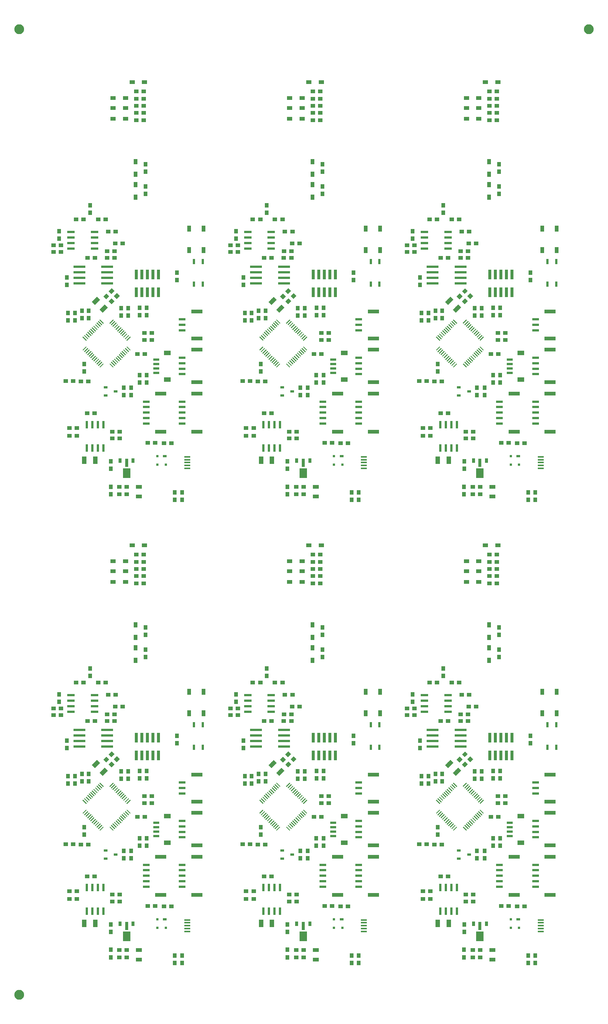
<source format=gbr>
G04 #@! TF.GenerationSoftware,KiCad,Pcbnew,(5.0.0)*
G04 #@! TF.CreationDate,2019-01-02T13:47:13-06:00*
G04 #@! TF.ProjectId,fk-weather-v0.11-02x03,666B2D776561746865722D76302E3131,0.1*
G04 #@! TF.SameCoordinates,PX791ddc0PY791ddc0*
G04 #@! TF.FileFunction,Paste,Top*
G04 #@! TF.FilePolarity,Positive*
%FSLAX46Y46*%
G04 Gerber Fmt 4.6, Leading zero omitted, Abs format (unit mm)*
G04 Created by KiCad (PCBNEW (5.0.0)) date 01/02/19 13:47:13*
%MOMM*%
%LPD*%
G01*
G04 APERTURE LIST*
%ADD10R,0.900000X0.990000*%
%ADD11R,2.520000X0.900000*%
%ADD12R,1.530000X0.540000*%
%ADD13R,0.990000X0.900000*%
%ADD14R,1.620000X1.080000*%
%ADD15R,1.395000X0.540000*%
%ADD16R,0.675000X2.250000*%
%ADD17R,0.540000X1.800000*%
%ADD18R,1.350000X0.405000*%
%ADD19R,1.800000X0.540000*%
%ADD20R,0.630000X1.305000*%
%ADD21R,1.800000X2.250000*%
%ADD22R,0.720000X1.080000*%
%ADD23R,0.720000X1.980000*%
%ADD24C,0.225000*%
%ADD25C,0.100000*%
%ADD26C,0.990000*%
%ADD27R,0.810000X1.350000*%
%ADD28R,1.350000X0.900000*%
%ADD29R,0.945000X0.585000*%
%ADD30R,0.540000X0.630000*%
%ADD31R,0.900000X0.630000*%
%ADD32C,0.900000*%
%ADD33R,1.170000X0.855000*%
%ADD34R,0.990000X1.710000*%
%ADD35R,2.700000X0.540000*%
%ADD36R,0.855000X1.170000*%
%ADD37C,2.250000*%
G04 APERTURE END LIST*
D10*
G04 #@! TO.C,R15*
X32204200Y-61500400D03*
X32204200Y-59800400D03*
G04 #@! TD*
G04 #@! TO.C,R15*
X-8295800Y-61500400D03*
X-8295800Y-59800400D03*
G04 #@! TD*
G04 #@! TO.C,R15*
X-48795800Y-61500400D03*
X-48795800Y-59800400D03*
G04 #@! TD*
G04 #@! TO.C,R15*
X32204200Y44499600D03*
X32204200Y46199600D03*
G04 #@! TD*
G04 #@! TO.C,R15*
X-8295800Y44499600D03*
X-8295800Y46199600D03*
G04 #@! TD*
D11*
G04 #@! TO.C,J4*
X56667400Y-100316400D03*
X56667400Y-92866400D03*
D12*
X53317400Y-98466400D03*
X53317400Y-97216400D03*
X53317400Y-95966400D03*
X53317400Y-94716400D03*
G04 #@! TD*
D11*
G04 #@! TO.C,J4*
X16167400Y-100316400D03*
X16167400Y-92866400D03*
D12*
X12817400Y-98466400D03*
X12817400Y-97216400D03*
X12817400Y-95966400D03*
X12817400Y-94716400D03*
G04 #@! TD*
D11*
G04 #@! TO.C,J4*
X-24332600Y-100316400D03*
X-24332600Y-92866400D03*
D12*
X-27682600Y-98466400D03*
X-27682600Y-97216400D03*
X-27682600Y-95966400D03*
X-27682600Y-94716400D03*
G04 #@! TD*
D11*
G04 #@! TO.C,J4*
X56667400Y5683600D03*
X56667400Y13133600D03*
D12*
X53317400Y7533600D03*
X53317400Y8783600D03*
X53317400Y10033600D03*
X53317400Y11283600D03*
G04 #@! TD*
D11*
G04 #@! TO.C,J4*
X16167400Y5683600D03*
X16167400Y13133600D03*
D12*
X12817400Y7533600D03*
X12817400Y8783600D03*
X12817400Y10033600D03*
X12817400Y11283600D03*
G04 #@! TD*
D13*
G04 #@! TO.C,R13*
X23861200Y-70505600D03*
X25561200Y-70505600D03*
G04 #@! TD*
G04 #@! TO.C,R13*
X-16638800Y-70505600D03*
X-14938800Y-70505600D03*
G04 #@! TD*
G04 #@! TO.C,R13*
X-57138800Y-70505600D03*
X-55438800Y-70505600D03*
G04 #@! TD*
G04 #@! TO.C,R13*
X23861200Y35494400D03*
X25561200Y35494400D03*
G04 #@! TD*
G04 #@! TO.C,R13*
X-16638800Y35494400D03*
X-14938800Y35494400D03*
G04 #@! TD*
D14*
G04 #@! TO.C,J8*
X49939600Y-93617600D03*
X49939600Y-99717600D03*
D15*
X47414600Y-98167600D03*
X47414600Y-97167600D03*
X47414600Y-96167600D03*
X47414600Y-95167600D03*
G04 #@! TD*
D14*
G04 #@! TO.C,J8*
X9439600Y-93617600D03*
X9439600Y-99717600D03*
D15*
X6914600Y-98167600D03*
X6914600Y-97167600D03*
X6914600Y-96167600D03*
X6914600Y-95167600D03*
G04 #@! TD*
D14*
G04 #@! TO.C,J8*
X-31060400Y-93617600D03*
X-31060400Y-99717600D03*
D15*
X-33585400Y-98167600D03*
X-33585400Y-97167600D03*
X-33585400Y-96167600D03*
X-33585400Y-95167600D03*
G04 #@! TD*
D14*
G04 #@! TO.C,J8*
X49939600Y12382400D03*
X49939600Y6282400D03*
D15*
X47414600Y7832400D03*
X47414600Y8832400D03*
X47414600Y9832400D03*
X47414600Y10832400D03*
G04 #@! TD*
D14*
G04 #@! TO.C,J8*
X9439600Y12382400D03*
X9439600Y6282400D03*
D15*
X6914600Y7832400D03*
X6914600Y8832400D03*
X6914600Y9832400D03*
X6914600Y10832400D03*
G04 #@! TD*
D13*
G04 #@! TO.C,R16*
X26655200Y-100045800D03*
X28355200Y-100045800D03*
G04 #@! TD*
G04 #@! TO.C,R16*
X-13844800Y-100045800D03*
X-12144800Y-100045800D03*
G04 #@! TD*
G04 #@! TO.C,R16*
X-54344800Y-100045800D03*
X-52644800Y-100045800D03*
G04 #@! TD*
G04 #@! TO.C,R16*
X26655200Y5954200D03*
X28355200Y5954200D03*
G04 #@! TD*
G04 #@! TO.C,R16*
X-13844800Y5954200D03*
X-12144800Y5954200D03*
G04 #@! TD*
G04 #@! TO.C,D1*
X47151200Y-114219000D03*
X45451200Y-114219000D03*
G04 #@! TD*
G04 #@! TO.C,D1*
X6651200Y-114219000D03*
X4951200Y-114219000D03*
G04 #@! TD*
G04 #@! TO.C,D1*
X-33848800Y-114219000D03*
X-35548800Y-114219000D03*
G04 #@! TD*
G04 #@! TO.C,D1*
X47151200Y-8219000D03*
X45451200Y-8219000D03*
G04 #@! TD*
G04 #@! TO.C,D1*
X6651200Y-8219000D03*
X4951200Y-8219000D03*
G04 #@! TD*
D16*
G04 #@! TO.C,J6*
X47926800Y-75697200D03*
X47926800Y-79697200D03*
X46656800Y-75697200D03*
X46656800Y-79697200D03*
X45386800Y-75697200D03*
X45386800Y-79697200D03*
X44116800Y-75697200D03*
X44116800Y-79697200D03*
X42846800Y-75697200D03*
X42846800Y-79697200D03*
G04 #@! TD*
G04 #@! TO.C,J6*
X7426800Y-75697200D03*
X7426800Y-79697200D03*
X6156800Y-75697200D03*
X6156800Y-79697200D03*
X4886800Y-75697200D03*
X4886800Y-79697200D03*
X3616800Y-75697200D03*
X3616800Y-79697200D03*
X2346800Y-75697200D03*
X2346800Y-79697200D03*
G04 #@! TD*
G04 #@! TO.C,J6*
X-33073200Y-75697200D03*
X-33073200Y-79697200D03*
X-34343200Y-75697200D03*
X-34343200Y-79697200D03*
X-35613200Y-75697200D03*
X-35613200Y-79697200D03*
X-36883200Y-75697200D03*
X-36883200Y-79697200D03*
X-38153200Y-75697200D03*
X-38153200Y-79697200D03*
G04 #@! TD*
G04 #@! TO.C,J6*
X47926800Y30302800D03*
X47926800Y26302800D03*
X46656800Y30302800D03*
X46656800Y26302800D03*
X45386800Y30302800D03*
X45386800Y26302800D03*
X44116800Y30302800D03*
X44116800Y26302800D03*
X42846800Y30302800D03*
X42846800Y26302800D03*
G04 #@! TD*
G04 #@! TO.C,J6*
X7426800Y30302800D03*
X7426800Y26302800D03*
X6156800Y30302800D03*
X6156800Y26302800D03*
X4886800Y30302800D03*
X4886800Y26302800D03*
X3616800Y30302800D03*
X3616800Y26302800D03*
X2346800Y30302800D03*
X2346800Y26302800D03*
G04 #@! TD*
D13*
G04 #@! TO.C,C21*
X36129400Y-71851800D03*
X37829400Y-71851800D03*
G04 #@! TD*
G04 #@! TO.C,C21*
X-4370600Y-71851800D03*
X-2670600Y-71851800D03*
G04 #@! TD*
G04 #@! TO.C,C21*
X-44870600Y-71851800D03*
X-43170600Y-71851800D03*
G04 #@! TD*
G04 #@! TO.C,C21*
X36129400Y34148200D03*
X37829400Y34148200D03*
G04 #@! TD*
G04 #@! TO.C,C21*
X-4370600Y34148200D03*
X-2670600Y34148200D03*
G04 #@! TD*
G04 #@! TO.C,R12*
X31608200Y-71851800D03*
X33308200Y-71851800D03*
G04 #@! TD*
G04 #@! TO.C,R12*
X-8891800Y-71851800D03*
X-7191800Y-71851800D03*
G04 #@! TD*
G04 #@! TO.C,R12*
X-49391800Y-71851800D03*
X-47691800Y-71851800D03*
G04 #@! TD*
G04 #@! TO.C,R12*
X31608200Y34148200D03*
X33308200Y34148200D03*
G04 #@! TD*
G04 #@! TO.C,R12*
X-8891800Y34148200D03*
X-7191800Y34148200D03*
G04 #@! TD*
D10*
G04 #@! TO.C,C16*
X25143000Y-65730400D03*
X25143000Y-67430400D03*
G04 #@! TD*
G04 #@! TO.C,C16*
X-15357000Y-65730400D03*
X-15357000Y-67430400D03*
G04 #@! TD*
G04 #@! TO.C,C16*
X-55857000Y-65730400D03*
X-55857000Y-67430400D03*
G04 #@! TD*
G04 #@! TO.C,C16*
X25143000Y40269600D03*
X25143000Y38569600D03*
G04 #@! TD*
G04 #@! TO.C,C16*
X-15357000Y40269600D03*
X-15357000Y38569600D03*
G04 #@! TD*
D17*
G04 #@! TO.C,U6*
X31467600Y-115395000D03*
X32737600Y-115395000D03*
X34007600Y-115395000D03*
X35277600Y-115395000D03*
X35277600Y-109995000D03*
X34007600Y-109995000D03*
X32737600Y-109995000D03*
X31467600Y-109995000D03*
G04 #@! TD*
G04 #@! TO.C,U6*
X-9032400Y-115395000D03*
X-7762400Y-115395000D03*
X-6492400Y-115395000D03*
X-5222400Y-115395000D03*
X-5222400Y-109995000D03*
X-6492400Y-109995000D03*
X-7762400Y-109995000D03*
X-9032400Y-109995000D03*
G04 #@! TD*
G04 #@! TO.C,U6*
X-49532400Y-115395000D03*
X-48262400Y-115395000D03*
X-46992400Y-115395000D03*
X-45722400Y-115395000D03*
X-45722400Y-109995000D03*
X-46992400Y-109995000D03*
X-48262400Y-109995000D03*
X-49532400Y-109995000D03*
G04 #@! TD*
G04 #@! TO.C,U6*
X31467600Y-9395000D03*
X32737600Y-9395000D03*
X34007600Y-9395000D03*
X35277600Y-9395000D03*
X35277600Y-3995000D03*
X34007600Y-3995000D03*
X32737600Y-3995000D03*
X31467600Y-3995000D03*
G04 #@! TD*
G04 #@! TO.C,U6*
X-9032400Y-9395000D03*
X-7762400Y-9395000D03*
X-6492400Y-9395000D03*
X-5222400Y-9395000D03*
X-5222400Y-3995000D03*
X-6492400Y-3995000D03*
X-7762400Y-3995000D03*
X-9032400Y-3995000D03*
G04 #@! TD*
D13*
G04 #@! TO.C,R14*
X38009000Y-68549800D03*
X39709000Y-68549800D03*
G04 #@! TD*
G04 #@! TO.C,R14*
X-2491000Y-68549800D03*
X-791000Y-68549800D03*
G04 #@! TD*
G04 #@! TO.C,R14*
X-42991000Y-68549800D03*
X-41291000Y-68549800D03*
G04 #@! TD*
G04 #@! TO.C,R14*
X38009000Y37450200D03*
X39709000Y37450200D03*
G04 #@! TD*
G04 #@! TO.C,R14*
X-2491000Y37450200D03*
X-791000Y37450200D03*
G04 #@! TD*
D18*
G04 #@! TO.C,J1*
X54501400Y-117389400D03*
X54501400Y-118039400D03*
X54501400Y-119339400D03*
X54501400Y-118689400D03*
X54501400Y-119989400D03*
G04 #@! TD*
G04 #@! TO.C,J1*
X14001400Y-117389400D03*
X14001400Y-118039400D03*
X14001400Y-119339400D03*
X14001400Y-118689400D03*
X14001400Y-119989400D03*
G04 #@! TD*
G04 #@! TO.C,J1*
X-26498600Y-117389400D03*
X-26498600Y-118039400D03*
X-26498600Y-119339400D03*
X-26498600Y-118689400D03*
X-26498600Y-119989400D03*
G04 #@! TD*
G04 #@! TO.C,J1*
X54501400Y-11389400D03*
X54501400Y-12039400D03*
X54501400Y-13339400D03*
X54501400Y-12689400D03*
X54501400Y-13989400D03*
G04 #@! TD*
G04 #@! TO.C,J1*
X14001400Y-11389400D03*
X14001400Y-12039400D03*
X14001400Y-13339400D03*
X14001400Y-12689400D03*
X14001400Y-13989400D03*
G04 #@! TD*
D13*
G04 #@! TO.C,C20*
X37854800Y-70327800D03*
X36154800Y-70327800D03*
G04 #@! TD*
G04 #@! TO.C,C20*
X-2645200Y-70327800D03*
X-4345200Y-70327800D03*
G04 #@! TD*
G04 #@! TO.C,C20*
X-43145200Y-70327800D03*
X-44845200Y-70327800D03*
G04 #@! TD*
G04 #@! TO.C,C20*
X37854800Y35672200D03*
X36154800Y35672200D03*
G04 #@! TD*
G04 #@! TO.C,C20*
X-2645200Y35672200D03*
X-4345200Y35672200D03*
G04 #@! TD*
D19*
G04 #@! TO.C,U3*
X27853200Y-65959000D03*
X27853200Y-67229000D03*
X27853200Y-68499000D03*
X27853200Y-69769000D03*
X33253200Y-69769000D03*
X33253200Y-68499000D03*
X33253200Y-67229000D03*
X33253200Y-65959000D03*
G04 #@! TD*
G04 #@! TO.C,U3*
X-12646800Y-65959000D03*
X-12646800Y-67229000D03*
X-12646800Y-68499000D03*
X-12646800Y-69769000D03*
X-7246800Y-69769000D03*
X-7246800Y-68499000D03*
X-7246800Y-67229000D03*
X-7246800Y-65959000D03*
G04 #@! TD*
G04 #@! TO.C,U3*
X-53146800Y-65959000D03*
X-53146800Y-67229000D03*
X-53146800Y-68499000D03*
X-53146800Y-69769000D03*
X-47746800Y-69769000D03*
X-47746800Y-68499000D03*
X-47746800Y-67229000D03*
X-47746800Y-65959000D03*
G04 #@! TD*
G04 #@! TO.C,U3*
X27853200Y40041000D03*
X27853200Y38771000D03*
X27853200Y37501000D03*
X27853200Y36231000D03*
X33253200Y36231000D03*
X33253200Y37501000D03*
X33253200Y38771000D03*
X33253200Y40041000D03*
G04 #@! TD*
G04 #@! TO.C,U3*
X-12646800Y40041000D03*
X-12646800Y38771000D03*
X-12646800Y37501000D03*
X-12646800Y36231000D03*
X-7246800Y36231000D03*
X-7246800Y37501000D03*
X-7246800Y38771000D03*
X-7246800Y40041000D03*
G04 #@! TD*
D11*
G04 #@! TO.C,J3*
X56667400Y-90293400D03*
X56667400Y-84093400D03*
D12*
X53317400Y-88443400D03*
X53317400Y-87193400D03*
X53317400Y-85943400D03*
G04 #@! TD*
D11*
G04 #@! TO.C,J3*
X16167400Y-90293400D03*
X16167400Y-84093400D03*
D12*
X12817400Y-88443400D03*
X12817400Y-87193400D03*
X12817400Y-85943400D03*
G04 #@! TD*
D11*
G04 #@! TO.C,J3*
X-24332600Y-90293400D03*
X-24332600Y-84093400D03*
D12*
X-27682600Y-88443400D03*
X-27682600Y-87193400D03*
X-27682600Y-85943400D03*
G04 #@! TD*
D11*
G04 #@! TO.C,J3*
X56667400Y15706600D03*
X56667400Y21906600D03*
D12*
X53317400Y17556600D03*
X53317400Y18806600D03*
X53317400Y20056600D03*
G04 #@! TD*
D11*
G04 #@! TO.C,J3*
X16167400Y15706600D03*
X16167400Y21906600D03*
D12*
X12817400Y17556600D03*
X12817400Y18806600D03*
X12817400Y20056600D03*
G04 #@! TD*
D20*
G04 #@! TO.C,SW1*
X56045400Y-77835400D03*
X56045400Y-72675400D03*
X58045400Y-72675400D03*
X58045400Y-77835400D03*
G04 #@! TD*
G04 #@! TO.C,SW1*
X15545400Y-77835400D03*
X15545400Y-72675400D03*
X17545400Y-72675400D03*
X17545400Y-77835400D03*
G04 #@! TD*
G04 #@! TO.C,SW1*
X-24954600Y-77835400D03*
X-24954600Y-72675400D03*
X-22954600Y-72675400D03*
X-22954600Y-77835400D03*
G04 #@! TD*
G04 #@! TO.C,SW1*
X56045400Y28164600D03*
X56045400Y33324600D03*
X58045400Y33324600D03*
X58045400Y28164600D03*
G04 #@! TD*
G04 #@! TO.C,SW1*
X15545400Y28164600D03*
X15545400Y33324600D03*
X17545400Y33324600D03*
X17545400Y28164600D03*
G04 #@! TD*
D21*
G04 #@! TO.C,U2*
X40575315Y-121118061D03*
D22*
X39075315Y-118268061D03*
D23*
X40575315Y-118768061D03*
D22*
X42075315Y-118268061D03*
G04 #@! TD*
D21*
G04 #@! TO.C,U2*
X75315Y-121118061D03*
D22*
X-1424685Y-118268061D03*
D23*
X75315Y-118768061D03*
D22*
X1575315Y-118268061D03*
G04 #@! TD*
D21*
G04 #@! TO.C,U2*
X-40424685Y-121118061D03*
D22*
X-41924685Y-118268061D03*
D23*
X-40424685Y-118768061D03*
D22*
X-38924685Y-118268061D03*
G04 #@! TD*
D21*
G04 #@! TO.C,U2*
X40575315Y-15118061D03*
D22*
X39075315Y-12268061D03*
D23*
X40575315Y-12768061D03*
D22*
X42075315Y-12268061D03*
G04 #@! TD*
D21*
G04 #@! TO.C,U2*
X75315Y-15118061D03*
D22*
X-1424685Y-12268061D03*
D23*
X75315Y-12768061D03*
D22*
X1575315Y-12268061D03*
G04 #@! TD*
D13*
G04 #@! TO.C,R31*
X42781628Y-38691668D03*
X44481628Y-38691668D03*
G04 #@! TD*
G04 #@! TO.C,R31*
X2281628Y-38691668D03*
X3981628Y-38691668D03*
G04 #@! TD*
G04 #@! TO.C,R31*
X-38218372Y-38691668D03*
X-36518372Y-38691668D03*
G04 #@! TD*
G04 #@! TO.C,R31*
X42781628Y67308332D03*
X44481628Y67308332D03*
G04 #@! TD*
G04 #@! TO.C,R31*
X2281628Y67308332D03*
X3981628Y67308332D03*
G04 #@! TD*
D24*
G04 #@! TO.C,U1*
X37120171Y-86414742D03*
D25*
G36*
X36786063Y-86907949D02*
X36626964Y-86748850D01*
X37454279Y-85921535D01*
X37613378Y-86080634D01*
X36786063Y-86907949D01*
X36786063Y-86907949D01*
G37*
D24*
X37473724Y-86768295D03*
D25*
G36*
X37139616Y-87261502D02*
X36980517Y-87102403D01*
X37807832Y-86275088D01*
X37966931Y-86434187D01*
X37139616Y-87261502D01*
X37139616Y-87261502D01*
G37*
D24*
X37827278Y-87121849D03*
D25*
G36*
X37493170Y-87615056D02*
X37334071Y-87455957D01*
X38161386Y-86628642D01*
X38320485Y-86787741D01*
X37493170Y-87615056D01*
X37493170Y-87615056D01*
G37*
D24*
X38180831Y-87475402D03*
D25*
G36*
X37846723Y-87968609D02*
X37687624Y-87809510D01*
X38514939Y-86982195D01*
X38674038Y-87141294D01*
X37846723Y-87968609D01*
X37846723Y-87968609D01*
G37*
D24*
X38534384Y-87828955D03*
D25*
G36*
X38200276Y-88322162D02*
X38041177Y-88163063D01*
X38868492Y-87335748D01*
X39027591Y-87494847D01*
X38200276Y-88322162D01*
X38200276Y-88322162D01*
G37*
D24*
X38887938Y-88182509D03*
D25*
G36*
X38553830Y-88675716D02*
X38394731Y-88516617D01*
X39222046Y-87689302D01*
X39381145Y-87848401D01*
X38553830Y-88675716D01*
X38553830Y-88675716D01*
G37*
D24*
X39241491Y-88536062D03*
D25*
G36*
X38907383Y-89029269D02*
X38748284Y-88870170D01*
X39575599Y-88042855D01*
X39734698Y-88201954D01*
X38907383Y-89029269D01*
X38907383Y-89029269D01*
G37*
D24*
X39595045Y-88889616D03*
D25*
G36*
X39260937Y-89382823D02*
X39101838Y-89223724D01*
X39929153Y-88396409D01*
X40088252Y-88555508D01*
X39260937Y-89382823D01*
X39260937Y-89382823D01*
G37*
D24*
X39948598Y-89243169D03*
D25*
G36*
X39614490Y-89736376D02*
X39455391Y-89577277D01*
X40282706Y-88749962D01*
X40441805Y-88909061D01*
X39614490Y-89736376D01*
X39614490Y-89736376D01*
G37*
D24*
X40302151Y-89596722D03*
D25*
G36*
X39968043Y-90089929D02*
X39808944Y-89930830D01*
X40636259Y-89103515D01*
X40795358Y-89262614D01*
X39968043Y-90089929D01*
X39968043Y-90089929D01*
G37*
D24*
X40655705Y-89950276D03*
D25*
G36*
X40321597Y-90443483D02*
X40162498Y-90284384D01*
X40989813Y-89457069D01*
X41148912Y-89616168D01*
X40321597Y-90443483D01*
X40321597Y-90443483D01*
G37*
D24*
X41009258Y-90303829D03*
D25*
G36*
X40675150Y-90797036D02*
X40516051Y-90637937D01*
X41343366Y-89810622D01*
X41502465Y-89969721D01*
X40675150Y-90797036D01*
X40675150Y-90797036D01*
G37*
D24*
X41009258Y-92566571D03*
D25*
G36*
X40516051Y-92232463D02*
X40675150Y-92073364D01*
X41502465Y-92900679D01*
X41343366Y-93059778D01*
X40516051Y-92232463D01*
X40516051Y-92232463D01*
G37*
D24*
X40655705Y-92920124D03*
D25*
G36*
X40162498Y-92586016D02*
X40321597Y-92426917D01*
X41148912Y-93254232D01*
X40989813Y-93413331D01*
X40162498Y-92586016D01*
X40162498Y-92586016D01*
G37*
D24*
X40302151Y-93273678D03*
D25*
G36*
X39808944Y-92939570D02*
X39968043Y-92780471D01*
X40795358Y-93607786D01*
X40636259Y-93766885D01*
X39808944Y-92939570D01*
X39808944Y-92939570D01*
G37*
D24*
X39948598Y-93627231D03*
D25*
G36*
X39455391Y-93293123D02*
X39614490Y-93134024D01*
X40441805Y-93961339D01*
X40282706Y-94120438D01*
X39455391Y-93293123D01*
X39455391Y-93293123D01*
G37*
D24*
X39595045Y-93980784D03*
D25*
G36*
X39101838Y-93646676D02*
X39260937Y-93487577D01*
X40088252Y-94314892D01*
X39929153Y-94473991D01*
X39101838Y-93646676D01*
X39101838Y-93646676D01*
G37*
D24*
X39241491Y-94334338D03*
D25*
G36*
X38748284Y-94000230D02*
X38907383Y-93841131D01*
X39734698Y-94668446D01*
X39575599Y-94827545D01*
X38748284Y-94000230D01*
X38748284Y-94000230D01*
G37*
D24*
X38887938Y-94687891D03*
D25*
G36*
X38394731Y-94353783D02*
X38553830Y-94194684D01*
X39381145Y-95021999D01*
X39222046Y-95181098D01*
X38394731Y-94353783D01*
X38394731Y-94353783D01*
G37*
D24*
X38534384Y-95041445D03*
D25*
G36*
X38041177Y-94707337D02*
X38200276Y-94548238D01*
X39027591Y-95375553D01*
X38868492Y-95534652D01*
X38041177Y-94707337D01*
X38041177Y-94707337D01*
G37*
D24*
X38180831Y-95394998D03*
D25*
G36*
X37687624Y-95060890D02*
X37846723Y-94901791D01*
X38674038Y-95729106D01*
X38514939Y-95888205D01*
X37687624Y-95060890D01*
X37687624Y-95060890D01*
G37*
D24*
X37827278Y-95748551D03*
D25*
G36*
X37334071Y-95414443D02*
X37493170Y-95255344D01*
X38320485Y-96082659D01*
X38161386Y-96241758D01*
X37334071Y-95414443D01*
X37334071Y-95414443D01*
G37*
D24*
X37473724Y-96102105D03*
D25*
G36*
X36980517Y-95767997D02*
X37139616Y-95608898D01*
X37966931Y-96436213D01*
X37807832Y-96595312D01*
X36980517Y-95767997D01*
X36980517Y-95767997D01*
G37*
D24*
X37120171Y-96455658D03*
D25*
G36*
X36626964Y-96121550D02*
X36786063Y-95962451D01*
X37613378Y-96789766D01*
X37454279Y-96948865D01*
X36626964Y-96121550D01*
X36626964Y-96121550D01*
G37*
D24*
X34857429Y-96455658D03*
D25*
G36*
X34523321Y-96948865D02*
X34364222Y-96789766D01*
X35191537Y-95962451D01*
X35350636Y-96121550D01*
X34523321Y-96948865D01*
X34523321Y-96948865D01*
G37*
D24*
X34503876Y-96102105D03*
D25*
G36*
X34169768Y-96595312D02*
X34010669Y-96436213D01*
X34837984Y-95608898D01*
X34997083Y-95767997D01*
X34169768Y-96595312D01*
X34169768Y-96595312D01*
G37*
D24*
X34150322Y-95748551D03*
D25*
G36*
X33816214Y-96241758D02*
X33657115Y-96082659D01*
X34484430Y-95255344D01*
X34643529Y-95414443D01*
X33816214Y-96241758D01*
X33816214Y-96241758D01*
G37*
D24*
X33796769Y-95394998D03*
D25*
G36*
X33462661Y-95888205D02*
X33303562Y-95729106D01*
X34130877Y-94901791D01*
X34289976Y-95060890D01*
X33462661Y-95888205D01*
X33462661Y-95888205D01*
G37*
D24*
X33443216Y-95041445D03*
D25*
G36*
X33109108Y-95534652D02*
X32950009Y-95375553D01*
X33777324Y-94548238D01*
X33936423Y-94707337D01*
X33109108Y-95534652D01*
X33109108Y-95534652D01*
G37*
D24*
X33089662Y-94687891D03*
D25*
G36*
X32755554Y-95181098D02*
X32596455Y-95021999D01*
X33423770Y-94194684D01*
X33582869Y-94353783D01*
X32755554Y-95181098D01*
X32755554Y-95181098D01*
G37*
D24*
X32736109Y-94334338D03*
D25*
G36*
X32402001Y-94827545D02*
X32242902Y-94668446D01*
X33070217Y-93841131D01*
X33229316Y-94000230D01*
X32402001Y-94827545D01*
X32402001Y-94827545D01*
G37*
D24*
X32382555Y-93980784D03*
D25*
G36*
X32048447Y-94473991D02*
X31889348Y-94314892D01*
X32716663Y-93487577D01*
X32875762Y-93646676D01*
X32048447Y-94473991D01*
X32048447Y-94473991D01*
G37*
D24*
X32029002Y-93627231D03*
D25*
G36*
X31694894Y-94120438D02*
X31535795Y-93961339D01*
X32363110Y-93134024D01*
X32522209Y-93293123D01*
X31694894Y-94120438D01*
X31694894Y-94120438D01*
G37*
D24*
X31675449Y-93273678D03*
D25*
G36*
X31341341Y-93766885D02*
X31182242Y-93607786D01*
X32009557Y-92780471D01*
X32168656Y-92939570D01*
X31341341Y-93766885D01*
X31341341Y-93766885D01*
G37*
D24*
X31321895Y-92920124D03*
D25*
G36*
X30987787Y-93413331D02*
X30828688Y-93254232D01*
X31656003Y-92426917D01*
X31815102Y-92586016D01*
X30987787Y-93413331D01*
X30987787Y-93413331D01*
G37*
D24*
X30968342Y-92566571D03*
D25*
G36*
X30634234Y-93059778D02*
X30475135Y-92900679D01*
X31302450Y-92073364D01*
X31461549Y-92232463D01*
X30634234Y-93059778D01*
X30634234Y-93059778D01*
G37*
D24*
X30968342Y-90303829D03*
D25*
G36*
X30475135Y-89969721D02*
X30634234Y-89810622D01*
X31461549Y-90637937D01*
X31302450Y-90797036D01*
X30475135Y-89969721D01*
X30475135Y-89969721D01*
G37*
D24*
X31321895Y-89950276D03*
D25*
G36*
X30828688Y-89616168D02*
X30987787Y-89457069D01*
X31815102Y-90284384D01*
X31656003Y-90443483D01*
X30828688Y-89616168D01*
X30828688Y-89616168D01*
G37*
D24*
X31675449Y-89596722D03*
D25*
G36*
X31182242Y-89262614D02*
X31341341Y-89103515D01*
X32168656Y-89930830D01*
X32009557Y-90089929D01*
X31182242Y-89262614D01*
X31182242Y-89262614D01*
G37*
D24*
X32029002Y-89243169D03*
D25*
G36*
X31535795Y-88909061D02*
X31694894Y-88749962D01*
X32522209Y-89577277D01*
X32363110Y-89736376D01*
X31535795Y-88909061D01*
X31535795Y-88909061D01*
G37*
D24*
X32382555Y-88889616D03*
D25*
G36*
X31889348Y-88555508D02*
X32048447Y-88396409D01*
X32875762Y-89223724D01*
X32716663Y-89382823D01*
X31889348Y-88555508D01*
X31889348Y-88555508D01*
G37*
D24*
X32736109Y-88536062D03*
D25*
G36*
X32242902Y-88201954D02*
X32402001Y-88042855D01*
X33229316Y-88870170D01*
X33070217Y-89029269D01*
X32242902Y-88201954D01*
X32242902Y-88201954D01*
G37*
D24*
X33089662Y-88182509D03*
D25*
G36*
X32596455Y-87848401D02*
X32755554Y-87689302D01*
X33582869Y-88516617D01*
X33423770Y-88675716D01*
X32596455Y-87848401D01*
X32596455Y-87848401D01*
G37*
D24*
X33443216Y-87828955D03*
D25*
G36*
X32950009Y-87494847D02*
X33109108Y-87335748D01*
X33936423Y-88163063D01*
X33777324Y-88322162D01*
X32950009Y-87494847D01*
X32950009Y-87494847D01*
G37*
D24*
X33796769Y-87475402D03*
D25*
G36*
X33303562Y-87141294D02*
X33462661Y-86982195D01*
X34289976Y-87809510D01*
X34130877Y-87968609D01*
X33303562Y-87141294D01*
X33303562Y-87141294D01*
G37*
D24*
X34150322Y-87121849D03*
D25*
G36*
X33657115Y-86787741D02*
X33816214Y-86628642D01*
X34643529Y-87455957D01*
X34484430Y-87615056D01*
X33657115Y-86787741D01*
X33657115Y-86787741D01*
G37*
D24*
X34503876Y-86768295D03*
D25*
G36*
X34010669Y-86434187D02*
X34169768Y-86275088D01*
X34997083Y-87102403D01*
X34837984Y-87261502D01*
X34010669Y-86434187D01*
X34010669Y-86434187D01*
G37*
D24*
X34857429Y-86414742D03*
D25*
G36*
X34364222Y-86080634D02*
X34523321Y-85921535D01*
X35350636Y-86748850D01*
X35191537Y-86907949D01*
X34364222Y-86080634D01*
X34364222Y-86080634D01*
G37*
G04 #@! TD*
D24*
G04 #@! TO.C,U1*
X-3379829Y-86414742D03*
D25*
G36*
X-3713937Y-86907949D02*
X-3873036Y-86748850D01*
X-3045721Y-85921535D01*
X-2886622Y-86080634D01*
X-3713937Y-86907949D01*
X-3713937Y-86907949D01*
G37*
D24*
X-3026276Y-86768295D03*
D25*
G36*
X-3360384Y-87261502D02*
X-3519483Y-87102403D01*
X-2692168Y-86275088D01*
X-2533069Y-86434187D01*
X-3360384Y-87261502D01*
X-3360384Y-87261502D01*
G37*
D24*
X-2672722Y-87121849D03*
D25*
G36*
X-3006830Y-87615056D02*
X-3165929Y-87455957D01*
X-2338614Y-86628642D01*
X-2179515Y-86787741D01*
X-3006830Y-87615056D01*
X-3006830Y-87615056D01*
G37*
D24*
X-2319169Y-87475402D03*
D25*
G36*
X-2653277Y-87968609D02*
X-2812376Y-87809510D01*
X-1985061Y-86982195D01*
X-1825962Y-87141294D01*
X-2653277Y-87968609D01*
X-2653277Y-87968609D01*
G37*
D24*
X-1965616Y-87828955D03*
D25*
G36*
X-2299724Y-88322162D02*
X-2458823Y-88163063D01*
X-1631508Y-87335748D01*
X-1472409Y-87494847D01*
X-2299724Y-88322162D01*
X-2299724Y-88322162D01*
G37*
D24*
X-1612062Y-88182509D03*
D25*
G36*
X-1946170Y-88675716D02*
X-2105269Y-88516617D01*
X-1277954Y-87689302D01*
X-1118855Y-87848401D01*
X-1946170Y-88675716D01*
X-1946170Y-88675716D01*
G37*
D24*
X-1258509Y-88536062D03*
D25*
G36*
X-1592617Y-89029269D02*
X-1751716Y-88870170D01*
X-924401Y-88042855D01*
X-765302Y-88201954D01*
X-1592617Y-89029269D01*
X-1592617Y-89029269D01*
G37*
D24*
X-904955Y-88889616D03*
D25*
G36*
X-1239063Y-89382823D02*
X-1398162Y-89223724D01*
X-570847Y-88396409D01*
X-411748Y-88555508D01*
X-1239063Y-89382823D01*
X-1239063Y-89382823D01*
G37*
D24*
X-551402Y-89243169D03*
D25*
G36*
X-885510Y-89736376D02*
X-1044609Y-89577277D01*
X-217294Y-88749962D01*
X-58195Y-88909061D01*
X-885510Y-89736376D01*
X-885510Y-89736376D01*
G37*
D24*
X-197849Y-89596722D03*
D25*
G36*
X-531957Y-90089929D02*
X-691056Y-89930830D01*
X136259Y-89103515D01*
X295358Y-89262614D01*
X-531957Y-90089929D01*
X-531957Y-90089929D01*
G37*
D24*
X155705Y-89950276D03*
D25*
G36*
X-178403Y-90443483D02*
X-337502Y-90284384D01*
X489813Y-89457069D01*
X648912Y-89616168D01*
X-178403Y-90443483D01*
X-178403Y-90443483D01*
G37*
D24*
X509258Y-90303829D03*
D25*
G36*
X175150Y-90797036D02*
X16051Y-90637937D01*
X843366Y-89810622D01*
X1002465Y-89969721D01*
X175150Y-90797036D01*
X175150Y-90797036D01*
G37*
D24*
X509258Y-92566571D03*
D25*
G36*
X16051Y-92232463D02*
X175150Y-92073364D01*
X1002465Y-92900679D01*
X843366Y-93059778D01*
X16051Y-92232463D01*
X16051Y-92232463D01*
G37*
D24*
X155705Y-92920124D03*
D25*
G36*
X-337502Y-92586016D02*
X-178403Y-92426917D01*
X648912Y-93254232D01*
X489813Y-93413331D01*
X-337502Y-92586016D01*
X-337502Y-92586016D01*
G37*
D24*
X-197849Y-93273678D03*
D25*
G36*
X-691056Y-92939570D02*
X-531957Y-92780471D01*
X295358Y-93607786D01*
X136259Y-93766885D01*
X-691056Y-92939570D01*
X-691056Y-92939570D01*
G37*
D24*
X-551402Y-93627231D03*
D25*
G36*
X-1044609Y-93293123D02*
X-885510Y-93134024D01*
X-58195Y-93961339D01*
X-217294Y-94120438D01*
X-1044609Y-93293123D01*
X-1044609Y-93293123D01*
G37*
D24*
X-904955Y-93980784D03*
D25*
G36*
X-1398162Y-93646676D02*
X-1239063Y-93487577D01*
X-411748Y-94314892D01*
X-570847Y-94473991D01*
X-1398162Y-93646676D01*
X-1398162Y-93646676D01*
G37*
D24*
X-1258509Y-94334338D03*
D25*
G36*
X-1751716Y-94000230D02*
X-1592617Y-93841131D01*
X-765302Y-94668446D01*
X-924401Y-94827545D01*
X-1751716Y-94000230D01*
X-1751716Y-94000230D01*
G37*
D24*
X-1612062Y-94687891D03*
D25*
G36*
X-2105269Y-94353783D02*
X-1946170Y-94194684D01*
X-1118855Y-95021999D01*
X-1277954Y-95181098D01*
X-2105269Y-94353783D01*
X-2105269Y-94353783D01*
G37*
D24*
X-1965616Y-95041445D03*
D25*
G36*
X-2458823Y-94707337D02*
X-2299724Y-94548238D01*
X-1472409Y-95375553D01*
X-1631508Y-95534652D01*
X-2458823Y-94707337D01*
X-2458823Y-94707337D01*
G37*
D24*
X-2319169Y-95394998D03*
D25*
G36*
X-2812376Y-95060890D02*
X-2653277Y-94901791D01*
X-1825962Y-95729106D01*
X-1985061Y-95888205D01*
X-2812376Y-95060890D01*
X-2812376Y-95060890D01*
G37*
D24*
X-2672722Y-95748551D03*
D25*
G36*
X-3165929Y-95414443D02*
X-3006830Y-95255344D01*
X-2179515Y-96082659D01*
X-2338614Y-96241758D01*
X-3165929Y-95414443D01*
X-3165929Y-95414443D01*
G37*
D24*
X-3026276Y-96102105D03*
D25*
G36*
X-3519483Y-95767997D02*
X-3360384Y-95608898D01*
X-2533069Y-96436213D01*
X-2692168Y-96595312D01*
X-3519483Y-95767997D01*
X-3519483Y-95767997D01*
G37*
D24*
X-3379829Y-96455658D03*
D25*
G36*
X-3873036Y-96121550D02*
X-3713937Y-95962451D01*
X-2886622Y-96789766D01*
X-3045721Y-96948865D01*
X-3873036Y-96121550D01*
X-3873036Y-96121550D01*
G37*
D24*
X-5642571Y-96455658D03*
D25*
G36*
X-5976679Y-96948865D02*
X-6135778Y-96789766D01*
X-5308463Y-95962451D01*
X-5149364Y-96121550D01*
X-5976679Y-96948865D01*
X-5976679Y-96948865D01*
G37*
D24*
X-5996124Y-96102105D03*
D25*
G36*
X-6330232Y-96595312D02*
X-6489331Y-96436213D01*
X-5662016Y-95608898D01*
X-5502917Y-95767997D01*
X-6330232Y-96595312D01*
X-6330232Y-96595312D01*
G37*
D24*
X-6349678Y-95748551D03*
D25*
G36*
X-6683786Y-96241758D02*
X-6842885Y-96082659D01*
X-6015570Y-95255344D01*
X-5856471Y-95414443D01*
X-6683786Y-96241758D01*
X-6683786Y-96241758D01*
G37*
D24*
X-6703231Y-95394998D03*
D25*
G36*
X-7037339Y-95888205D02*
X-7196438Y-95729106D01*
X-6369123Y-94901791D01*
X-6210024Y-95060890D01*
X-7037339Y-95888205D01*
X-7037339Y-95888205D01*
G37*
D24*
X-7056784Y-95041445D03*
D25*
G36*
X-7390892Y-95534652D02*
X-7549991Y-95375553D01*
X-6722676Y-94548238D01*
X-6563577Y-94707337D01*
X-7390892Y-95534652D01*
X-7390892Y-95534652D01*
G37*
D24*
X-7410338Y-94687891D03*
D25*
G36*
X-7744446Y-95181098D02*
X-7903545Y-95021999D01*
X-7076230Y-94194684D01*
X-6917131Y-94353783D01*
X-7744446Y-95181098D01*
X-7744446Y-95181098D01*
G37*
D24*
X-7763891Y-94334338D03*
D25*
G36*
X-8097999Y-94827545D02*
X-8257098Y-94668446D01*
X-7429783Y-93841131D01*
X-7270684Y-94000230D01*
X-8097999Y-94827545D01*
X-8097999Y-94827545D01*
G37*
D24*
X-8117445Y-93980784D03*
D25*
G36*
X-8451553Y-94473991D02*
X-8610652Y-94314892D01*
X-7783337Y-93487577D01*
X-7624238Y-93646676D01*
X-8451553Y-94473991D01*
X-8451553Y-94473991D01*
G37*
D24*
X-8470998Y-93627231D03*
D25*
G36*
X-8805106Y-94120438D02*
X-8964205Y-93961339D01*
X-8136890Y-93134024D01*
X-7977791Y-93293123D01*
X-8805106Y-94120438D01*
X-8805106Y-94120438D01*
G37*
D24*
X-8824551Y-93273678D03*
D25*
G36*
X-9158659Y-93766885D02*
X-9317758Y-93607786D01*
X-8490443Y-92780471D01*
X-8331344Y-92939570D01*
X-9158659Y-93766885D01*
X-9158659Y-93766885D01*
G37*
D24*
X-9178105Y-92920124D03*
D25*
G36*
X-9512213Y-93413331D02*
X-9671312Y-93254232D01*
X-8843997Y-92426917D01*
X-8684898Y-92586016D01*
X-9512213Y-93413331D01*
X-9512213Y-93413331D01*
G37*
D24*
X-9531658Y-92566571D03*
D25*
G36*
X-9865766Y-93059778D02*
X-10024865Y-92900679D01*
X-9197550Y-92073364D01*
X-9038451Y-92232463D01*
X-9865766Y-93059778D01*
X-9865766Y-93059778D01*
G37*
D24*
X-9531658Y-90303829D03*
D25*
G36*
X-10024865Y-89969721D02*
X-9865766Y-89810622D01*
X-9038451Y-90637937D01*
X-9197550Y-90797036D01*
X-10024865Y-89969721D01*
X-10024865Y-89969721D01*
G37*
D24*
X-9178105Y-89950276D03*
D25*
G36*
X-9671312Y-89616168D02*
X-9512213Y-89457069D01*
X-8684898Y-90284384D01*
X-8843997Y-90443483D01*
X-9671312Y-89616168D01*
X-9671312Y-89616168D01*
G37*
D24*
X-8824551Y-89596722D03*
D25*
G36*
X-9317758Y-89262614D02*
X-9158659Y-89103515D01*
X-8331344Y-89930830D01*
X-8490443Y-90089929D01*
X-9317758Y-89262614D01*
X-9317758Y-89262614D01*
G37*
D24*
X-8470998Y-89243169D03*
D25*
G36*
X-8964205Y-88909061D02*
X-8805106Y-88749962D01*
X-7977791Y-89577277D01*
X-8136890Y-89736376D01*
X-8964205Y-88909061D01*
X-8964205Y-88909061D01*
G37*
D24*
X-8117445Y-88889616D03*
D25*
G36*
X-8610652Y-88555508D02*
X-8451553Y-88396409D01*
X-7624238Y-89223724D01*
X-7783337Y-89382823D01*
X-8610652Y-88555508D01*
X-8610652Y-88555508D01*
G37*
D24*
X-7763891Y-88536062D03*
D25*
G36*
X-8257098Y-88201954D02*
X-8097999Y-88042855D01*
X-7270684Y-88870170D01*
X-7429783Y-89029269D01*
X-8257098Y-88201954D01*
X-8257098Y-88201954D01*
G37*
D24*
X-7410338Y-88182509D03*
D25*
G36*
X-7903545Y-87848401D02*
X-7744446Y-87689302D01*
X-6917131Y-88516617D01*
X-7076230Y-88675716D01*
X-7903545Y-87848401D01*
X-7903545Y-87848401D01*
G37*
D24*
X-7056784Y-87828955D03*
D25*
G36*
X-7549991Y-87494847D02*
X-7390892Y-87335748D01*
X-6563577Y-88163063D01*
X-6722676Y-88322162D01*
X-7549991Y-87494847D01*
X-7549991Y-87494847D01*
G37*
D24*
X-6703231Y-87475402D03*
D25*
G36*
X-7196438Y-87141294D02*
X-7037339Y-86982195D01*
X-6210024Y-87809510D01*
X-6369123Y-87968609D01*
X-7196438Y-87141294D01*
X-7196438Y-87141294D01*
G37*
D24*
X-6349678Y-87121849D03*
D25*
G36*
X-6842885Y-86787741D02*
X-6683786Y-86628642D01*
X-5856471Y-87455957D01*
X-6015570Y-87615056D01*
X-6842885Y-86787741D01*
X-6842885Y-86787741D01*
G37*
D24*
X-5996124Y-86768295D03*
D25*
G36*
X-6489331Y-86434187D02*
X-6330232Y-86275088D01*
X-5502917Y-87102403D01*
X-5662016Y-87261502D01*
X-6489331Y-86434187D01*
X-6489331Y-86434187D01*
G37*
D24*
X-5642571Y-86414742D03*
D25*
G36*
X-6135778Y-86080634D02*
X-5976679Y-85921535D01*
X-5149364Y-86748850D01*
X-5308463Y-86907949D01*
X-6135778Y-86080634D01*
X-6135778Y-86080634D01*
G37*
G04 #@! TD*
D24*
G04 #@! TO.C,U1*
X-43879829Y-86414742D03*
D25*
G36*
X-44213937Y-86907949D02*
X-44373036Y-86748850D01*
X-43545721Y-85921535D01*
X-43386622Y-86080634D01*
X-44213937Y-86907949D01*
X-44213937Y-86907949D01*
G37*
D24*
X-43526276Y-86768295D03*
D25*
G36*
X-43860384Y-87261502D02*
X-44019483Y-87102403D01*
X-43192168Y-86275088D01*
X-43033069Y-86434187D01*
X-43860384Y-87261502D01*
X-43860384Y-87261502D01*
G37*
D24*
X-43172722Y-87121849D03*
D25*
G36*
X-43506830Y-87615056D02*
X-43665929Y-87455957D01*
X-42838614Y-86628642D01*
X-42679515Y-86787741D01*
X-43506830Y-87615056D01*
X-43506830Y-87615056D01*
G37*
D24*
X-42819169Y-87475402D03*
D25*
G36*
X-43153277Y-87968609D02*
X-43312376Y-87809510D01*
X-42485061Y-86982195D01*
X-42325962Y-87141294D01*
X-43153277Y-87968609D01*
X-43153277Y-87968609D01*
G37*
D24*
X-42465616Y-87828955D03*
D25*
G36*
X-42799724Y-88322162D02*
X-42958823Y-88163063D01*
X-42131508Y-87335748D01*
X-41972409Y-87494847D01*
X-42799724Y-88322162D01*
X-42799724Y-88322162D01*
G37*
D24*
X-42112062Y-88182509D03*
D25*
G36*
X-42446170Y-88675716D02*
X-42605269Y-88516617D01*
X-41777954Y-87689302D01*
X-41618855Y-87848401D01*
X-42446170Y-88675716D01*
X-42446170Y-88675716D01*
G37*
D24*
X-41758509Y-88536062D03*
D25*
G36*
X-42092617Y-89029269D02*
X-42251716Y-88870170D01*
X-41424401Y-88042855D01*
X-41265302Y-88201954D01*
X-42092617Y-89029269D01*
X-42092617Y-89029269D01*
G37*
D24*
X-41404955Y-88889616D03*
D25*
G36*
X-41739063Y-89382823D02*
X-41898162Y-89223724D01*
X-41070847Y-88396409D01*
X-40911748Y-88555508D01*
X-41739063Y-89382823D01*
X-41739063Y-89382823D01*
G37*
D24*
X-41051402Y-89243169D03*
D25*
G36*
X-41385510Y-89736376D02*
X-41544609Y-89577277D01*
X-40717294Y-88749962D01*
X-40558195Y-88909061D01*
X-41385510Y-89736376D01*
X-41385510Y-89736376D01*
G37*
D24*
X-40697849Y-89596722D03*
D25*
G36*
X-41031957Y-90089929D02*
X-41191056Y-89930830D01*
X-40363741Y-89103515D01*
X-40204642Y-89262614D01*
X-41031957Y-90089929D01*
X-41031957Y-90089929D01*
G37*
D24*
X-40344295Y-89950276D03*
D25*
G36*
X-40678403Y-90443483D02*
X-40837502Y-90284384D01*
X-40010187Y-89457069D01*
X-39851088Y-89616168D01*
X-40678403Y-90443483D01*
X-40678403Y-90443483D01*
G37*
D24*
X-39990742Y-90303829D03*
D25*
G36*
X-40324850Y-90797036D02*
X-40483949Y-90637937D01*
X-39656634Y-89810622D01*
X-39497535Y-89969721D01*
X-40324850Y-90797036D01*
X-40324850Y-90797036D01*
G37*
D24*
X-39990742Y-92566571D03*
D25*
G36*
X-40483949Y-92232463D02*
X-40324850Y-92073364D01*
X-39497535Y-92900679D01*
X-39656634Y-93059778D01*
X-40483949Y-92232463D01*
X-40483949Y-92232463D01*
G37*
D24*
X-40344295Y-92920124D03*
D25*
G36*
X-40837502Y-92586016D02*
X-40678403Y-92426917D01*
X-39851088Y-93254232D01*
X-40010187Y-93413331D01*
X-40837502Y-92586016D01*
X-40837502Y-92586016D01*
G37*
D24*
X-40697849Y-93273678D03*
D25*
G36*
X-41191056Y-92939570D02*
X-41031957Y-92780471D01*
X-40204642Y-93607786D01*
X-40363741Y-93766885D01*
X-41191056Y-92939570D01*
X-41191056Y-92939570D01*
G37*
D24*
X-41051402Y-93627231D03*
D25*
G36*
X-41544609Y-93293123D02*
X-41385510Y-93134024D01*
X-40558195Y-93961339D01*
X-40717294Y-94120438D01*
X-41544609Y-93293123D01*
X-41544609Y-93293123D01*
G37*
D24*
X-41404955Y-93980784D03*
D25*
G36*
X-41898162Y-93646676D02*
X-41739063Y-93487577D01*
X-40911748Y-94314892D01*
X-41070847Y-94473991D01*
X-41898162Y-93646676D01*
X-41898162Y-93646676D01*
G37*
D24*
X-41758509Y-94334338D03*
D25*
G36*
X-42251716Y-94000230D02*
X-42092617Y-93841131D01*
X-41265302Y-94668446D01*
X-41424401Y-94827545D01*
X-42251716Y-94000230D01*
X-42251716Y-94000230D01*
G37*
D24*
X-42112062Y-94687891D03*
D25*
G36*
X-42605269Y-94353783D02*
X-42446170Y-94194684D01*
X-41618855Y-95021999D01*
X-41777954Y-95181098D01*
X-42605269Y-94353783D01*
X-42605269Y-94353783D01*
G37*
D24*
X-42465616Y-95041445D03*
D25*
G36*
X-42958823Y-94707337D02*
X-42799724Y-94548238D01*
X-41972409Y-95375553D01*
X-42131508Y-95534652D01*
X-42958823Y-94707337D01*
X-42958823Y-94707337D01*
G37*
D24*
X-42819169Y-95394998D03*
D25*
G36*
X-43312376Y-95060890D02*
X-43153277Y-94901791D01*
X-42325962Y-95729106D01*
X-42485061Y-95888205D01*
X-43312376Y-95060890D01*
X-43312376Y-95060890D01*
G37*
D24*
X-43172722Y-95748551D03*
D25*
G36*
X-43665929Y-95414443D02*
X-43506830Y-95255344D01*
X-42679515Y-96082659D01*
X-42838614Y-96241758D01*
X-43665929Y-95414443D01*
X-43665929Y-95414443D01*
G37*
D24*
X-43526276Y-96102105D03*
D25*
G36*
X-44019483Y-95767997D02*
X-43860384Y-95608898D01*
X-43033069Y-96436213D01*
X-43192168Y-96595312D01*
X-44019483Y-95767997D01*
X-44019483Y-95767997D01*
G37*
D24*
X-43879829Y-96455658D03*
D25*
G36*
X-44373036Y-96121550D02*
X-44213937Y-95962451D01*
X-43386622Y-96789766D01*
X-43545721Y-96948865D01*
X-44373036Y-96121550D01*
X-44373036Y-96121550D01*
G37*
D24*
X-46142571Y-96455658D03*
D25*
G36*
X-46476679Y-96948865D02*
X-46635778Y-96789766D01*
X-45808463Y-95962451D01*
X-45649364Y-96121550D01*
X-46476679Y-96948865D01*
X-46476679Y-96948865D01*
G37*
D24*
X-46496124Y-96102105D03*
D25*
G36*
X-46830232Y-96595312D02*
X-46989331Y-96436213D01*
X-46162016Y-95608898D01*
X-46002917Y-95767997D01*
X-46830232Y-96595312D01*
X-46830232Y-96595312D01*
G37*
D24*
X-46849678Y-95748551D03*
D25*
G36*
X-47183786Y-96241758D02*
X-47342885Y-96082659D01*
X-46515570Y-95255344D01*
X-46356471Y-95414443D01*
X-47183786Y-96241758D01*
X-47183786Y-96241758D01*
G37*
D24*
X-47203231Y-95394998D03*
D25*
G36*
X-47537339Y-95888205D02*
X-47696438Y-95729106D01*
X-46869123Y-94901791D01*
X-46710024Y-95060890D01*
X-47537339Y-95888205D01*
X-47537339Y-95888205D01*
G37*
D24*
X-47556784Y-95041445D03*
D25*
G36*
X-47890892Y-95534652D02*
X-48049991Y-95375553D01*
X-47222676Y-94548238D01*
X-47063577Y-94707337D01*
X-47890892Y-95534652D01*
X-47890892Y-95534652D01*
G37*
D24*
X-47910338Y-94687891D03*
D25*
G36*
X-48244446Y-95181098D02*
X-48403545Y-95021999D01*
X-47576230Y-94194684D01*
X-47417131Y-94353783D01*
X-48244446Y-95181098D01*
X-48244446Y-95181098D01*
G37*
D24*
X-48263891Y-94334338D03*
D25*
G36*
X-48597999Y-94827545D02*
X-48757098Y-94668446D01*
X-47929783Y-93841131D01*
X-47770684Y-94000230D01*
X-48597999Y-94827545D01*
X-48597999Y-94827545D01*
G37*
D24*
X-48617445Y-93980784D03*
D25*
G36*
X-48951553Y-94473991D02*
X-49110652Y-94314892D01*
X-48283337Y-93487577D01*
X-48124238Y-93646676D01*
X-48951553Y-94473991D01*
X-48951553Y-94473991D01*
G37*
D24*
X-48970998Y-93627231D03*
D25*
G36*
X-49305106Y-94120438D02*
X-49464205Y-93961339D01*
X-48636890Y-93134024D01*
X-48477791Y-93293123D01*
X-49305106Y-94120438D01*
X-49305106Y-94120438D01*
G37*
D24*
X-49324551Y-93273678D03*
D25*
G36*
X-49658659Y-93766885D02*
X-49817758Y-93607786D01*
X-48990443Y-92780471D01*
X-48831344Y-92939570D01*
X-49658659Y-93766885D01*
X-49658659Y-93766885D01*
G37*
D24*
X-49678105Y-92920124D03*
D25*
G36*
X-50012213Y-93413331D02*
X-50171312Y-93254232D01*
X-49343997Y-92426917D01*
X-49184898Y-92586016D01*
X-50012213Y-93413331D01*
X-50012213Y-93413331D01*
G37*
D24*
X-50031658Y-92566571D03*
D25*
G36*
X-50365766Y-93059778D02*
X-50524865Y-92900679D01*
X-49697550Y-92073364D01*
X-49538451Y-92232463D01*
X-50365766Y-93059778D01*
X-50365766Y-93059778D01*
G37*
D24*
X-50031658Y-90303829D03*
D25*
G36*
X-50524865Y-89969721D02*
X-50365766Y-89810622D01*
X-49538451Y-90637937D01*
X-49697550Y-90797036D01*
X-50524865Y-89969721D01*
X-50524865Y-89969721D01*
G37*
D24*
X-49678105Y-89950276D03*
D25*
G36*
X-50171312Y-89616168D02*
X-50012213Y-89457069D01*
X-49184898Y-90284384D01*
X-49343997Y-90443483D01*
X-50171312Y-89616168D01*
X-50171312Y-89616168D01*
G37*
D24*
X-49324551Y-89596722D03*
D25*
G36*
X-49817758Y-89262614D02*
X-49658659Y-89103515D01*
X-48831344Y-89930830D01*
X-48990443Y-90089929D01*
X-49817758Y-89262614D01*
X-49817758Y-89262614D01*
G37*
D24*
X-48970998Y-89243169D03*
D25*
G36*
X-49464205Y-88909061D02*
X-49305106Y-88749962D01*
X-48477791Y-89577277D01*
X-48636890Y-89736376D01*
X-49464205Y-88909061D01*
X-49464205Y-88909061D01*
G37*
D24*
X-48617445Y-88889616D03*
D25*
G36*
X-49110652Y-88555508D02*
X-48951553Y-88396409D01*
X-48124238Y-89223724D01*
X-48283337Y-89382823D01*
X-49110652Y-88555508D01*
X-49110652Y-88555508D01*
G37*
D24*
X-48263891Y-88536062D03*
D25*
G36*
X-48757098Y-88201954D02*
X-48597999Y-88042855D01*
X-47770684Y-88870170D01*
X-47929783Y-89029269D01*
X-48757098Y-88201954D01*
X-48757098Y-88201954D01*
G37*
D24*
X-47910338Y-88182509D03*
D25*
G36*
X-48403545Y-87848401D02*
X-48244446Y-87689302D01*
X-47417131Y-88516617D01*
X-47576230Y-88675716D01*
X-48403545Y-87848401D01*
X-48403545Y-87848401D01*
G37*
D24*
X-47556784Y-87828955D03*
D25*
G36*
X-48049991Y-87494847D02*
X-47890892Y-87335748D01*
X-47063577Y-88163063D01*
X-47222676Y-88322162D01*
X-48049991Y-87494847D01*
X-48049991Y-87494847D01*
G37*
D24*
X-47203231Y-87475402D03*
D25*
G36*
X-47696438Y-87141294D02*
X-47537339Y-86982195D01*
X-46710024Y-87809510D01*
X-46869123Y-87968609D01*
X-47696438Y-87141294D01*
X-47696438Y-87141294D01*
G37*
D24*
X-46849678Y-87121849D03*
D25*
G36*
X-47342885Y-86787741D02*
X-47183786Y-86628642D01*
X-46356471Y-87455957D01*
X-46515570Y-87615056D01*
X-47342885Y-86787741D01*
X-47342885Y-86787741D01*
G37*
D24*
X-46496124Y-86768295D03*
D25*
G36*
X-46989331Y-86434187D02*
X-46830232Y-86275088D01*
X-46002917Y-87102403D01*
X-46162016Y-87261502D01*
X-46989331Y-86434187D01*
X-46989331Y-86434187D01*
G37*
D24*
X-46142571Y-86414742D03*
D25*
G36*
X-46635778Y-86080634D02*
X-46476679Y-85921535D01*
X-45649364Y-86748850D01*
X-45808463Y-86907949D01*
X-46635778Y-86080634D01*
X-46635778Y-86080634D01*
G37*
G04 #@! TD*
D24*
G04 #@! TO.C,U1*
X37120171Y19585258D03*
D25*
G36*
X36786063Y19092051D02*
X36626964Y19251150D01*
X37454279Y20078465D01*
X37613378Y19919366D01*
X36786063Y19092051D01*
X36786063Y19092051D01*
G37*
D24*
X37473724Y19231705D03*
D25*
G36*
X37139616Y18738498D02*
X36980517Y18897597D01*
X37807832Y19724912D01*
X37966931Y19565813D01*
X37139616Y18738498D01*
X37139616Y18738498D01*
G37*
D24*
X37827278Y18878151D03*
D25*
G36*
X37493170Y18384944D02*
X37334071Y18544043D01*
X38161386Y19371358D01*
X38320485Y19212259D01*
X37493170Y18384944D01*
X37493170Y18384944D01*
G37*
D24*
X38180831Y18524598D03*
D25*
G36*
X37846723Y18031391D02*
X37687624Y18190490D01*
X38514939Y19017805D01*
X38674038Y18858706D01*
X37846723Y18031391D01*
X37846723Y18031391D01*
G37*
D24*
X38534384Y18171045D03*
D25*
G36*
X38200276Y17677838D02*
X38041177Y17836937D01*
X38868492Y18664252D01*
X39027591Y18505153D01*
X38200276Y17677838D01*
X38200276Y17677838D01*
G37*
D24*
X38887938Y17817491D03*
D25*
G36*
X38553830Y17324284D02*
X38394731Y17483383D01*
X39222046Y18310698D01*
X39381145Y18151599D01*
X38553830Y17324284D01*
X38553830Y17324284D01*
G37*
D24*
X39241491Y17463938D03*
D25*
G36*
X38907383Y16970731D02*
X38748284Y17129830D01*
X39575599Y17957145D01*
X39734698Y17798046D01*
X38907383Y16970731D01*
X38907383Y16970731D01*
G37*
D24*
X39595045Y17110384D03*
D25*
G36*
X39260937Y16617177D02*
X39101838Y16776276D01*
X39929153Y17603591D01*
X40088252Y17444492D01*
X39260937Y16617177D01*
X39260937Y16617177D01*
G37*
D24*
X39948598Y16756831D03*
D25*
G36*
X39614490Y16263624D02*
X39455391Y16422723D01*
X40282706Y17250038D01*
X40441805Y17090939D01*
X39614490Y16263624D01*
X39614490Y16263624D01*
G37*
D24*
X40302151Y16403278D03*
D25*
G36*
X39968043Y15910071D02*
X39808944Y16069170D01*
X40636259Y16896485D01*
X40795358Y16737386D01*
X39968043Y15910071D01*
X39968043Y15910071D01*
G37*
D24*
X40655705Y16049724D03*
D25*
G36*
X40321597Y15556517D02*
X40162498Y15715616D01*
X40989813Y16542931D01*
X41148912Y16383832D01*
X40321597Y15556517D01*
X40321597Y15556517D01*
G37*
D24*
X41009258Y15696171D03*
D25*
G36*
X40675150Y15202964D02*
X40516051Y15362063D01*
X41343366Y16189378D01*
X41502465Y16030279D01*
X40675150Y15202964D01*
X40675150Y15202964D01*
G37*
D24*
X41009258Y13433429D03*
D25*
G36*
X40516051Y13767537D02*
X40675150Y13926636D01*
X41502465Y13099321D01*
X41343366Y12940222D01*
X40516051Y13767537D01*
X40516051Y13767537D01*
G37*
D24*
X40655705Y13079876D03*
D25*
G36*
X40162498Y13413984D02*
X40321597Y13573083D01*
X41148912Y12745768D01*
X40989813Y12586669D01*
X40162498Y13413984D01*
X40162498Y13413984D01*
G37*
D24*
X40302151Y12726322D03*
D25*
G36*
X39808944Y13060430D02*
X39968043Y13219529D01*
X40795358Y12392214D01*
X40636259Y12233115D01*
X39808944Y13060430D01*
X39808944Y13060430D01*
G37*
D24*
X39948598Y12372769D03*
D25*
G36*
X39455391Y12706877D02*
X39614490Y12865976D01*
X40441805Y12038661D01*
X40282706Y11879562D01*
X39455391Y12706877D01*
X39455391Y12706877D01*
G37*
D24*
X39595045Y12019216D03*
D25*
G36*
X39101838Y12353324D02*
X39260937Y12512423D01*
X40088252Y11685108D01*
X39929153Y11526009D01*
X39101838Y12353324D01*
X39101838Y12353324D01*
G37*
D24*
X39241491Y11665662D03*
D25*
G36*
X38748284Y11999770D02*
X38907383Y12158869D01*
X39734698Y11331554D01*
X39575599Y11172455D01*
X38748284Y11999770D01*
X38748284Y11999770D01*
G37*
D24*
X38887938Y11312109D03*
D25*
G36*
X38394731Y11646217D02*
X38553830Y11805316D01*
X39381145Y10978001D01*
X39222046Y10818902D01*
X38394731Y11646217D01*
X38394731Y11646217D01*
G37*
D24*
X38534384Y10958555D03*
D25*
G36*
X38041177Y11292663D02*
X38200276Y11451762D01*
X39027591Y10624447D01*
X38868492Y10465348D01*
X38041177Y11292663D01*
X38041177Y11292663D01*
G37*
D24*
X38180831Y10605002D03*
D25*
G36*
X37687624Y10939110D02*
X37846723Y11098209D01*
X38674038Y10270894D01*
X38514939Y10111795D01*
X37687624Y10939110D01*
X37687624Y10939110D01*
G37*
D24*
X37827278Y10251449D03*
D25*
G36*
X37334071Y10585557D02*
X37493170Y10744656D01*
X38320485Y9917341D01*
X38161386Y9758242D01*
X37334071Y10585557D01*
X37334071Y10585557D01*
G37*
D24*
X37473724Y9897895D03*
D25*
G36*
X36980517Y10232003D02*
X37139616Y10391102D01*
X37966931Y9563787D01*
X37807832Y9404688D01*
X36980517Y10232003D01*
X36980517Y10232003D01*
G37*
D24*
X37120171Y9544342D03*
D25*
G36*
X36626964Y9878450D02*
X36786063Y10037549D01*
X37613378Y9210234D01*
X37454279Y9051135D01*
X36626964Y9878450D01*
X36626964Y9878450D01*
G37*
D24*
X34857429Y9544342D03*
D25*
G36*
X34523321Y9051135D02*
X34364222Y9210234D01*
X35191537Y10037549D01*
X35350636Y9878450D01*
X34523321Y9051135D01*
X34523321Y9051135D01*
G37*
D24*
X34503876Y9897895D03*
D25*
G36*
X34169768Y9404688D02*
X34010669Y9563787D01*
X34837984Y10391102D01*
X34997083Y10232003D01*
X34169768Y9404688D01*
X34169768Y9404688D01*
G37*
D24*
X34150322Y10251449D03*
D25*
G36*
X33816214Y9758242D02*
X33657115Y9917341D01*
X34484430Y10744656D01*
X34643529Y10585557D01*
X33816214Y9758242D01*
X33816214Y9758242D01*
G37*
D24*
X33796769Y10605002D03*
D25*
G36*
X33462661Y10111795D02*
X33303562Y10270894D01*
X34130877Y11098209D01*
X34289976Y10939110D01*
X33462661Y10111795D01*
X33462661Y10111795D01*
G37*
D24*
X33443216Y10958555D03*
D25*
G36*
X33109108Y10465348D02*
X32950009Y10624447D01*
X33777324Y11451762D01*
X33936423Y11292663D01*
X33109108Y10465348D01*
X33109108Y10465348D01*
G37*
D24*
X33089662Y11312109D03*
D25*
G36*
X32755554Y10818902D02*
X32596455Y10978001D01*
X33423770Y11805316D01*
X33582869Y11646217D01*
X32755554Y10818902D01*
X32755554Y10818902D01*
G37*
D24*
X32736109Y11665662D03*
D25*
G36*
X32402001Y11172455D02*
X32242902Y11331554D01*
X33070217Y12158869D01*
X33229316Y11999770D01*
X32402001Y11172455D01*
X32402001Y11172455D01*
G37*
D24*
X32382555Y12019216D03*
D25*
G36*
X32048447Y11526009D02*
X31889348Y11685108D01*
X32716663Y12512423D01*
X32875762Y12353324D01*
X32048447Y11526009D01*
X32048447Y11526009D01*
G37*
D24*
X32029002Y12372769D03*
D25*
G36*
X31694894Y11879562D02*
X31535795Y12038661D01*
X32363110Y12865976D01*
X32522209Y12706877D01*
X31694894Y11879562D01*
X31694894Y11879562D01*
G37*
D24*
X31675449Y12726322D03*
D25*
G36*
X31341341Y12233115D02*
X31182242Y12392214D01*
X32009557Y13219529D01*
X32168656Y13060430D01*
X31341341Y12233115D01*
X31341341Y12233115D01*
G37*
D24*
X31321895Y13079876D03*
D25*
G36*
X30987787Y12586669D02*
X30828688Y12745768D01*
X31656003Y13573083D01*
X31815102Y13413984D01*
X30987787Y12586669D01*
X30987787Y12586669D01*
G37*
D24*
X30968342Y13433429D03*
D25*
G36*
X30634234Y12940222D02*
X30475135Y13099321D01*
X31302450Y13926636D01*
X31461549Y13767537D01*
X30634234Y12940222D01*
X30634234Y12940222D01*
G37*
D24*
X30968342Y15696171D03*
D25*
G36*
X30475135Y16030279D02*
X30634234Y16189378D01*
X31461549Y15362063D01*
X31302450Y15202964D01*
X30475135Y16030279D01*
X30475135Y16030279D01*
G37*
D24*
X31321895Y16049724D03*
D25*
G36*
X30828688Y16383832D02*
X30987787Y16542931D01*
X31815102Y15715616D01*
X31656003Y15556517D01*
X30828688Y16383832D01*
X30828688Y16383832D01*
G37*
D24*
X31675449Y16403278D03*
D25*
G36*
X31182242Y16737386D02*
X31341341Y16896485D01*
X32168656Y16069170D01*
X32009557Y15910071D01*
X31182242Y16737386D01*
X31182242Y16737386D01*
G37*
D24*
X32029002Y16756831D03*
D25*
G36*
X31535795Y17090939D02*
X31694894Y17250038D01*
X32522209Y16422723D01*
X32363110Y16263624D01*
X31535795Y17090939D01*
X31535795Y17090939D01*
G37*
D24*
X32382555Y17110384D03*
D25*
G36*
X31889348Y17444492D02*
X32048447Y17603591D01*
X32875762Y16776276D01*
X32716663Y16617177D01*
X31889348Y17444492D01*
X31889348Y17444492D01*
G37*
D24*
X32736109Y17463938D03*
D25*
G36*
X32242902Y17798046D02*
X32402001Y17957145D01*
X33229316Y17129830D01*
X33070217Y16970731D01*
X32242902Y17798046D01*
X32242902Y17798046D01*
G37*
D24*
X33089662Y17817491D03*
D25*
G36*
X32596455Y18151599D02*
X32755554Y18310698D01*
X33582869Y17483383D01*
X33423770Y17324284D01*
X32596455Y18151599D01*
X32596455Y18151599D01*
G37*
D24*
X33443216Y18171045D03*
D25*
G36*
X32950009Y18505153D02*
X33109108Y18664252D01*
X33936423Y17836937D01*
X33777324Y17677838D01*
X32950009Y18505153D01*
X32950009Y18505153D01*
G37*
D24*
X33796769Y18524598D03*
D25*
G36*
X33303562Y18858706D02*
X33462661Y19017805D01*
X34289976Y18190490D01*
X34130877Y18031391D01*
X33303562Y18858706D01*
X33303562Y18858706D01*
G37*
D24*
X34150322Y18878151D03*
D25*
G36*
X33657115Y19212259D02*
X33816214Y19371358D01*
X34643529Y18544043D01*
X34484430Y18384944D01*
X33657115Y19212259D01*
X33657115Y19212259D01*
G37*
D24*
X34503876Y19231705D03*
D25*
G36*
X34010669Y19565813D02*
X34169768Y19724912D01*
X34997083Y18897597D01*
X34837984Y18738498D01*
X34010669Y19565813D01*
X34010669Y19565813D01*
G37*
D24*
X34857429Y19585258D03*
D25*
G36*
X34364222Y19919366D02*
X34523321Y20078465D01*
X35350636Y19251150D01*
X35191537Y19092051D01*
X34364222Y19919366D01*
X34364222Y19919366D01*
G37*
G04 #@! TD*
D24*
G04 #@! TO.C,U1*
X-3379829Y19585258D03*
D25*
G36*
X-3713937Y19092051D02*
X-3873036Y19251150D01*
X-3045721Y20078465D01*
X-2886622Y19919366D01*
X-3713937Y19092051D01*
X-3713937Y19092051D01*
G37*
D24*
X-3026276Y19231705D03*
D25*
G36*
X-3360384Y18738498D02*
X-3519483Y18897597D01*
X-2692168Y19724912D01*
X-2533069Y19565813D01*
X-3360384Y18738498D01*
X-3360384Y18738498D01*
G37*
D24*
X-2672722Y18878151D03*
D25*
G36*
X-3006830Y18384944D02*
X-3165929Y18544043D01*
X-2338614Y19371358D01*
X-2179515Y19212259D01*
X-3006830Y18384944D01*
X-3006830Y18384944D01*
G37*
D24*
X-2319169Y18524598D03*
D25*
G36*
X-2653277Y18031391D02*
X-2812376Y18190490D01*
X-1985061Y19017805D01*
X-1825962Y18858706D01*
X-2653277Y18031391D01*
X-2653277Y18031391D01*
G37*
D24*
X-1965616Y18171045D03*
D25*
G36*
X-2299724Y17677838D02*
X-2458823Y17836937D01*
X-1631508Y18664252D01*
X-1472409Y18505153D01*
X-2299724Y17677838D01*
X-2299724Y17677838D01*
G37*
D24*
X-1612062Y17817491D03*
D25*
G36*
X-1946170Y17324284D02*
X-2105269Y17483383D01*
X-1277954Y18310698D01*
X-1118855Y18151599D01*
X-1946170Y17324284D01*
X-1946170Y17324284D01*
G37*
D24*
X-1258509Y17463938D03*
D25*
G36*
X-1592617Y16970731D02*
X-1751716Y17129830D01*
X-924401Y17957145D01*
X-765302Y17798046D01*
X-1592617Y16970731D01*
X-1592617Y16970731D01*
G37*
D24*
X-904955Y17110384D03*
D25*
G36*
X-1239063Y16617177D02*
X-1398162Y16776276D01*
X-570847Y17603591D01*
X-411748Y17444492D01*
X-1239063Y16617177D01*
X-1239063Y16617177D01*
G37*
D24*
X-551402Y16756831D03*
D25*
G36*
X-885510Y16263624D02*
X-1044609Y16422723D01*
X-217294Y17250038D01*
X-58195Y17090939D01*
X-885510Y16263624D01*
X-885510Y16263624D01*
G37*
D24*
X-197849Y16403278D03*
D25*
G36*
X-531957Y15910071D02*
X-691056Y16069170D01*
X136259Y16896485D01*
X295358Y16737386D01*
X-531957Y15910071D01*
X-531957Y15910071D01*
G37*
D24*
X155705Y16049724D03*
D25*
G36*
X-178403Y15556517D02*
X-337502Y15715616D01*
X489813Y16542931D01*
X648912Y16383832D01*
X-178403Y15556517D01*
X-178403Y15556517D01*
G37*
D24*
X509258Y15696171D03*
D25*
G36*
X175150Y15202964D02*
X16051Y15362063D01*
X843366Y16189378D01*
X1002465Y16030279D01*
X175150Y15202964D01*
X175150Y15202964D01*
G37*
D24*
X509258Y13433429D03*
D25*
G36*
X16051Y13767537D02*
X175150Y13926636D01*
X1002465Y13099321D01*
X843366Y12940222D01*
X16051Y13767537D01*
X16051Y13767537D01*
G37*
D24*
X155705Y13079876D03*
D25*
G36*
X-337502Y13413984D02*
X-178403Y13573083D01*
X648912Y12745768D01*
X489813Y12586669D01*
X-337502Y13413984D01*
X-337502Y13413984D01*
G37*
D24*
X-197849Y12726322D03*
D25*
G36*
X-691056Y13060430D02*
X-531957Y13219529D01*
X295358Y12392214D01*
X136259Y12233115D01*
X-691056Y13060430D01*
X-691056Y13060430D01*
G37*
D24*
X-551402Y12372769D03*
D25*
G36*
X-1044609Y12706877D02*
X-885510Y12865976D01*
X-58195Y12038661D01*
X-217294Y11879562D01*
X-1044609Y12706877D01*
X-1044609Y12706877D01*
G37*
D24*
X-904955Y12019216D03*
D25*
G36*
X-1398162Y12353324D02*
X-1239063Y12512423D01*
X-411748Y11685108D01*
X-570847Y11526009D01*
X-1398162Y12353324D01*
X-1398162Y12353324D01*
G37*
D24*
X-1258509Y11665662D03*
D25*
G36*
X-1751716Y11999770D02*
X-1592617Y12158869D01*
X-765302Y11331554D01*
X-924401Y11172455D01*
X-1751716Y11999770D01*
X-1751716Y11999770D01*
G37*
D24*
X-1612062Y11312109D03*
D25*
G36*
X-2105269Y11646217D02*
X-1946170Y11805316D01*
X-1118855Y10978001D01*
X-1277954Y10818902D01*
X-2105269Y11646217D01*
X-2105269Y11646217D01*
G37*
D24*
X-1965616Y10958555D03*
D25*
G36*
X-2458823Y11292663D02*
X-2299724Y11451762D01*
X-1472409Y10624447D01*
X-1631508Y10465348D01*
X-2458823Y11292663D01*
X-2458823Y11292663D01*
G37*
D24*
X-2319169Y10605002D03*
D25*
G36*
X-2812376Y10939110D02*
X-2653277Y11098209D01*
X-1825962Y10270894D01*
X-1985061Y10111795D01*
X-2812376Y10939110D01*
X-2812376Y10939110D01*
G37*
D24*
X-2672722Y10251449D03*
D25*
G36*
X-3165929Y10585557D02*
X-3006830Y10744656D01*
X-2179515Y9917341D01*
X-2338614Y9758242D01*
X-3165929Y10585557D01*
X-3165929Y10585557D01*
G37*
D24*
X-3026276Y9897895D03*
D25*
G36*
X-3519483Y10232003D02*
X-3360384Y10391102D01*
X-2533069Y9563787D01*
X-2692168Y9404688D01*
X-3519483Y10232003D01*
X-3519483Y10232003D01*
G37*
D24*
X-3379829Y9544342D03*
D25*
G36*
X-3873036Y9878450D02*
X-3713937Y10037549D01*
X-2886622Y9210234D01*
X-3045721Y9051135D01*
X-3873036Y9878450D01*
X-3873036Y9878450D01*
G37*
D24*
X-5642571Y9544342D03*
D25*
G36*
X-5976679Y9051135D02*
X-6135778Y9210234D01*
X-5308463Y10037549D01*
X-5149364Y9878450D01*
X-5976679Y9051135D01*
X-5976679Y9051135D01*
G37*
D24*
X-5996124Y9897895D03*
D25*
G36*
X-6330232Y9404688D02*
X-6489331Y9563787D01*
X-5662016Y10391102D01*
X-5502917Y10232003D01*
X-6330232Y9404688D01*
X-6330232Y9404688D01*
G37*
D24*
X-6349678Y10251449D03*
D25*
G36*
X-6683786Y9758242D02*
X-6842885Y9917341D01*
X-6015570Y10744656D01*
X-5856471Y10585557D01*
X-6683786Y9758242D01*
X-6683786Y9758242D01*
G37*
D24*
X-6703231Y10605002D03*
D25*
G36*
X-7037339Y10111795D02*
X-7196438Y10270894D01*
X-6369123Y11098209D01*
X-6210024Y10939110D01*
X-7037339Y10111795D01*
X-7037339Y10111795D01*
G37*
D24*
X-7056784Y10958555D03*
D25*
G36*
X-7390892Y10465348D02*
X-7549991Y10624447D01*
X-6722676Y11451762D01*
X-6563577Y11292663D01*
X-7390892Y10465348D01*
X-7390892Y10465348D01*
G37*
D24*
X-7410338Y11312109D03*
D25*
G36*
X-7744446Y10818902D02*
X-7903545Y10978001D01*
X-7076230Y11805316D01*
X-6917131Y11646217D01*
X-7744446Y10818902D01*
X-7744446Y10818902D01*
G37*
D24*
X-7763891Y11665662D03*
D25*
G36*
X-8097999Y11172455D02*
X-8257098Y11331554D01*
X-7429783Y12158869D01*
X-7270684Y11999770D01*
X-8097999Y11172455D01*
X-8097999Y11172455D01*
G37*
D24*
X-8117445Y12019216D03*
D25*
G36*
X-8451553Y11526009D02*
X-8610652Y11685108D01*
X-7783337Y12512423D01*
X-7624238Y12353324D01*
X-8451553Y11526009D01*
X-8451553Y11526009D01*
G37*
D24*
X-8470998Y12372769D03*
D25*
G36*
X-8805106Y11879562D02*
X-8964205Y12038661D01*
X-8136890Y12865976D01*
X-7977791Y12706877D01*
X-8805106Y11879562D01*
X-8805106Y11879562D01*
G37*
D24*
X-8824551Y12726322D03*
D25*
G36*
X-9158659Y12233115D02*
X-9317758Y12392214D01*
X-8490443Y13219529D01*
X-8331344Y13060430D01*
X-9158659Y12233115D01*
X-9158659Y12233115D01*
G37*
D24*
X-9178105Y13079876D03*
D25*
G36*
X-9512213Y12586669D02*
X-9671312Y12745768D01*
X-8843997Y13573083D01*
X-8684898Y13413984D01*
X-9512213Y12586669D01*
X-9512213Y12586669D01*
G37*
D24*
X-9531658Y13433429D03*
D25*
G36*
X-9865766Y12940222D02*
X-10024865Y13099321D01*
X-9197550Y13926636D01*
X-9038451Y13767537D01*
X-9865766Y12940222D01*
X-9865766Y12940222D01*
G37*
D24*
X-9531658Y15696171D03*
D25*
G36*
X-10024865Y16030279D02*
X-9865766Y16189378D01*
X-9038451Y15362063D01*
X-9197550Y15202964D01*
X-10024865Y16030279D01*
X-10024865Y16030279D01*
G37*
D24*
X-9178105Y16049724D03*
D25*
G36*
X-9671312Y16383832D02*
X-9512213Y16542931D01*
X-8684898Y15715616D01*
X-8843997Y15556517D01*
X-9671312Y16383832D01*
X-9671312Y16383832D01*
G37*
D24*
X-8824551Y16403278D03*
D25*
G36*
X-9317758Y16737386D02*
X-9158659Y16896485D01*
X-8331344Y16069170D01*
X-8490443Y15910071D01*
X-9317758Y16737386D01*
X-9317758Y16737386D01*
G37*
D24*
X-8470998Y16756831D03*
D25*
G36*
X-8964205Y17090939D02*
X-8805106Y17250038D01*
X-7977791Y16422723D01*
X-8136890Y16263624D01*
X-8964205Y17090939D01*
X-8964205Y17090939D01*
G37*
D24*
X-8117445Y17110384D03*
D25*
G36*
X-8610652Y17444492D02*
X-8451553Y17603591D01*
X-7624238Y16776276D01*
X-7783337Y16617177D01*
X-8610652Y17444492D01*
X-8610652Y17444492D01*
G37*
D24*
X-7763891Y17463938D03*
D25*
G36*
X-8257098Y17798046D02*
X-8097999Y17957145D01*
X-7270684Y17129830D01*
X-7429783Y16970731D01*
X-8257098Y17798046D01*
X-8257098Y17798046D01*
G37*
D24*
X-7410338Y17817491D03*
D25*
G36*
X-7903545Y18151599D02*
X-7744446Y18310698D01*
X-6917131Y17483383D01*
X-7076230Y17324284D01*
X-7903545Y18151599D01*
X-7903545Y18151599D01*
G37*
D24*
X-7056784Y18171045D03*
D25*
G36*
X-7549991Y18505153D02*
X-7390892Y18664252D01*
X-6563577Y17836937D01*
X-6722676Y17677838D01*
X-7549991Y18505153D01*
X-7549991Y18505153D01*
G37*
D24*
X-6703231Y18524598D03*
D25*
G36*
X-7196438Y18858706D02*
X-7037339Y19017805D01*
X-6210024Y18190490D01*
X-6369123Y18031391D01*
X-7196438Y18858706D01*
X-7196438Y18858706D01*
G37*
D24*
X-6349678Y18878151D03*
D25*
G36*
X-6842885Y19212259D02*
X-6683786Y19371358D01*
X-5856471Y18544043D01*
X-6015570Y18384944D01*
X-6842885Y19212259D01*
X-6842885Y19212259D01*
G37*
D24*
X-5996124Y19231705D03*
D25*
G36*
X-6489331Y19565813D02*
X-6330232Y19724912D01*
X-5502917Y18897597D01*
X-5662016Y18738498D01*
X-6489331Y19565813D01*
X-6489331Y19565813D01*
G37*
D24*
X-5642571Y19585258D03*
D25*
G36*
X-6135778Y19919366D02*
X-5976679Y20078465D01*
X-5149364Y19251150D01*
X-5308463Y19092051D01*
X-6135778Y19919366D01*
X-6135778Y19919366D01*
G37*
G04 #@! TD*
D13*
G04 #@! TO.C,R34*
X42781628Y-33713268D03*
X44481628Y-33713268D03*
G04 #@! TD*
G04 #@! TO.C,R34*
X2281628Y-33713268D03*
X3981628Y-33713268D03*
G04 #@! TD*
G04 #@! TO.C,R34*
X-38218372Y-33713268D03*
X-36518372Y-33713268D03*
G04 #@! TD*
G04 #@! TO.C,R34*
X42781628Y72286732D03*
X44481628Y72286732D03*
G04 #@! TD*
G04 #@! TO.C,R34*
X2281628Y72286732D03*
X3981628Y72286732D03*
G04 #@! TD*
G04 #@! TO.C,R30*
X42781628Y-35440468D03*
X44481628Y-35440468D03*
G04 #@! TD*
G04 #@! TO.C,R30*
X2281628Y-35440468D03*
X3981628Y-35440468D03*
G04 #@! TD*
G04 #@! TO.C,R30*
X-38218372Y-35440468D03*
X-36518372Y-35440468D03*
G04 #@! TD*
G04 #@! TO.C,R30*
X42781628Y70559532D03*
X44481628Y70559532D03*
G04 #@! TD*
G04 #@! TO.C,R30*
X2281628Y70559532D03*
X3981628Y70559532D03*
G04 #@! TD*
D10*
G04 #@! TO.C,R10*
X53286200Y-127249800D03*
X53286200Y-125549800D03*
G04 #@! TD*
G04 #@! TO.C,R10*
X12786200Y-127249800D03*
X12786200Y-125549800D03*
G04 #@! TD*
G04 #@! TO.C,R10*
X-27713800Y-127249800D03*
X-27713800Y-125549800D03*
G04 #@! TD*
G04 #@! TO.C,R10*
X53286200Y-21249800D03*
X53286200Y-19549800D03*
G04 #@! TD*
G04 #@! TO.C,R10*
X12786200Y-21249800D03*
X12786200Y-19549800D03*
G04 #@! TD*
D13*
G04 #@! TO.C,R22*
X42781628Y-40368068D03*
X44481628Y-40368068D03*
G04 #@! TD*
G04 #@! TO.C,R22*
X2281628Y-40368068D03*
X3981628Y-40368068D03*
G04 #@! TD*
G04 #@! TO.C,R22*
X-38218372Y-40368068D03*
X-36518372Y-40368068D03*
G04 #@! TD*
G04 #@! TO.C,R22*
X42781628Y65631932D03*
X44481628Y65631932D03*
G04 #@! TD*
G04 #@! TO.C,R22*
X2281628Y65631932D03*
X3981628Y65631932D03*
G04 #@! TD*
D10*
G04 #@! TO.C,R17*
X39900400Y-103283400D03*
X39900400Y-101583400D03*
G04 #@! TD*
G04 #@! TO.C,R17*
X-599600Y-103283400D03*
X-599600Y-101583400D03*
G04 #@! TD*
G04 #@! TO.C,R17*
X-41099600Y-103283400D03*
X-41099600Y-101583400D03*
G04 #@! TD*
G04 #@! TO.C,R17*
X39900400Y2716600D03*
X39900400Y4416600D03*
G04 #@! TD*
G04 #@! TO.C,R17*
X-599600Y2716600D03*
X-599600Y4416600D03*
G04 #@! TD*
G04 #@! TO.C,R32*
X44952428Y-57220068D03*
X44952428Y-55520068D03*
G04 #@! TD*
G04 #@! TO.C,R32*
X4452428Y-57220068D03*
X4452428Y-55520068D03*
G04 #@! TD*
G04 #@! TO.C,R32*
X-36047572Y-57220068D03*
X-36047572Y-55520068D03*
G04 #@! TD*
G04 #@! TO.C,R32*
X44952428Y48779932D03*
X44952428Y50479932D03*
G04 #@! TD*
G04 #@! TO.C,R32*
X4452428Y48779932D03*
X4452428Y50479932D03*
G04 #@! TD*
D26*
G04 #@! TO.C,Y1*
X35323283Y-83454483D03*
D25*
G36*
X34368689Y-83709041D02*
X35577841Y-82499889D01*
X36277877Y-83199925D01*
X35068725Y-84409077D01*
X34368689Y-83709041D01*
X34368689Y-83709041D01*
G37*
D26*
X33555517Y-81686717D03*
D25*
G36*
X32600923Y-81941275D02*
X33810075Y-80732123D01*
X34510111Y-81432159D01*
X33300959Y-82641311D01*
X32600923Y-81941275D01*
X32600923Y-81941275D01*
G37*
G04 #@! TD*
D26*
G04 #@! TO.C,Y1*
X-5176717Y-83454483D03*
D25*
G36*
X-6131311Y-83709041D02*
X-4922159Y-82499889D01*
X-4222123Y-83199925D01*
X-5431275Y-84409077D01*
X-6131311Y-83709041D01*
X-6131311Y-83709041D01*
G37*
D26*
X-6944483Y-81686717D03*
D25*
G36*
X-7899077Y-81941275D02*
X-6689925Y-80732123D01*
X-5989889Y-81432159D01*
X-7199041Y-82641311D01*
X-7899077Y-81941275D01*
X-7899077Y-81941275D01*
G37*
G04 #@! TD*
D26*
G04 #@! TO.C,Y1*
X-45676717Y-83454483D03*
D25*
G36*
X-46631311Y-83709041D02*
X-45422159Y-82499889D01*
X-44722123Y-83199925D01*
X-45931275Y-84409077D01*
X-46631311Y-83709041D01*
X-46631311Y-83709041D01*
G37*
D26*
X-47444483Y-81686717D03*
D25*
G36*
X-48399077Y-81941275D02*
X-47189925Y-80732123D01*
X-46489889Y-81432159D01*
X-47699041Y-82641311D01*
X-48399077Y-81941275D01*
X-48399077Y-81941275D01*
G37*
G04 #@! TD*
D26*
G04 #@! TO.C,Y1*
X35323283Y22545517D03*
D25*
G36*
X34368689Y22290959D02*
X35577841Y23500111D01*
X36277877Y22800075D01*
X35068725Y21590923D01*
X34368689Y22290959D01*
X34368689Y22290959D01*
G37*
D26*
X33555517Y24313283D03*
D25*
G36*
X32600923Y24058725D02*
X33810075Y25267877D01*
X34510111Y24567841D01*
X33300959Y23358689D01*
X32600923Y24058725D01*
X32600923Y24058725D01*
G37*
G04 #@! TD*
D26*
G04 #@! TO.C,Y1*
X-5176717Y22545517D03*
D25*
G36*
X-6131311Y22290959D02*
X-4922159Y23500111D01*
X-4222123Y22800075D01*
X-5431275Y21590923D01*
X-6131311Y22290959D01*
X-6131311Y22290959D01*
G37*
D26*
X-6944483Y24313283D03*
D25*
G36*
X-7899077Y24058725D02*
X-6689925Y25267877D01*
X-5989889Y24567841D01*
X-7199041Y23358689D01*
X-7899077Y24058725D01*
X-7899077Y24058725D01*
G37*
G04 #@! TD*
D10*
G04 #@! TO.C,R23*
X44952428Y-50440068D03*
X44952428Y-52140068D03*
G04 #@! TD*
G04 #@! TO.C,R23*
X4452428Y-50440068D03*
X4452428Y-52140068D03*
G04 #@! TD*
G04 #@! TO.C,R23*
X-36047572Y-50440068D03*
X-36047572Y-52140068D03*
G04 #@! TD*
G04 #@! TO.C,R23*
X44952428Y55559932D03*
X44952428Y53859932D03*
G04 #@! TD*
G04 #@! TO.C,R23*
X4452428Y55559932D03*
X4452428Y53859932D03*
G04 #@! TD*
D13*
G04 #@! TO.C,R11*
X23861200Y-69007000D03*
X25561200Y-69007000D03*
G04 #@! TD*
G04 #@! TO.C,R11*
X-16638800Y-69007000D03*
X-14938800Y-69007000D03*
G04 #@! TD*
G04 #@! TO.C,R11*
X-57138800Y-69007000D03*
X-55438800Y-69007000D03*
G04 #@! TD*
G04 #@! TO.C,R11*
X23861200Y36993000D03*
X25561200Y36993000D03*
G04 #@! TD*
G04 #@! TO.C,R11*
X-16638800Y36993000D03*
X-14938800Y36993000D03*
G04 #@! TD*
G04 #@! TO.C,R33*
X42781628Y-37066068D03*
X44481628Y-37066068D03*
G04 #@! TD*
G04 #@! TO.C,R33*
X2281628Y-37066068D03*
X3981628Y-37066068D03*
G04 #@! TD*
G04 #@! TO.C,R33*
X-38218372Y-37066068D03*
X-36518372Y-37066068D03*
G04 #@! TD*
G04 #@! TO.C,R33*
X42781628Y68933932D03*
X44481628Y68933932D03*
G04 #@! TD*
G04 #@! TO.C,R33*
X2281628Y68933932D03*
X3981628Y68933932D03*
G04 #@! TD*
G04 #@! TO.C,R9*
X44689200Y-89073000D03*
X46389200Y-89073000D03*
G04 #@! TD*
G04 #@! TO.C,R9*
X4189200Y-89073000D03*
X5889200Y-89073000D03*
G04 #@! TD*
G04 #@! TO.C,R9*
X-36310800Y-89073000D03*
X-34610800Y-89073000D03*
G04 #@! TD*
G04 #@! TO.C,R9*
X44689200Y16927000D03*
X46389200Y16927000D03*
G04 #@! TD*
G04 #@! TO.C,R9*
X4189200Y16927000D03*
X5889200Y16927000D03*
G04 #@! TD*
D27*
G04 #@! TO.C,U5*
X58187400Y-70085400D03*
X54887400Y-70085400D03*
X54887400Y-65185400D03*
X58187400Y-65185400D03*
G04 #@! TD*
G04 #@! TO.C,U5*
X17687400Y-70085400D03*
X14387400Y-70085400D03*
X14387400Y-65185400D03*
X17687400Y-65185400D03*
G04 #@! TD*
G04 #@! TO.C,U5*
X-22812600Y-70085400D03*
X-26112600Y-70085400D03*
X-26112600Y-65185400D03*
X-22812600Y-65185400D03*
G04 #@! TD*
G04 #@! TO.C,U5*
X58187400Y35914600D03*
X54887400Y35914600D03*
X54887400Y40814600D03*
X58187400Y40814600D03*
G04 #@! TD*
G04 #@! TO.C,U5*
X17687400Y35914600D03*
X14387400Y35914600D03*
X14387400Y40814600D03*
X17687400Y40814600D03*
G04 #@! TD*
D10*
G04 #@! TO.C,L2*
X27162300Y-84490100D03*
X27162300Y-86190100D03*
G04 #@! TD*
G04 #@! TO.C,L2*
X-13337700Y-84490100D03*
X-13337700Y-86190100D03*
G04 #@! TD*
G04 #@! TO.C,L2*
X-53837700Y-84490100D03*
X-53837700Y-86190100D03*
G04 #@! TD*
G04 #@! TO.C,L2*
X27162300Y21509900D03*
X27162300Y19809900D03*
G04 #@! TD*
G04 #@! TO.C,L2*
X-13337700Y21509900D03*
X-13337700Y19809900D03*
G04 #@! TD*
G04 #@! TO.C,R4*
X45196300Y-83282700D03*
X45196300Y-84982700D03*
G04 #@! TD*
G04 #@! TO.C,R4*
X4696300Y-83282700D03*
X4696300Y-84982700D03*
G04 #@! TD*
G04 #@! TO.C,R4*
X-35803700Y-83282700D03*
X-35803700Y-84982700D03*
G04 #@! TD*
G04 #@! TO.C,R4*
X45196300Y22717300D03*
X45196300Y21017300D03*
G04 #@! TD*
G04 #@! TO.C,R4*
X4696300Y22717300D03*
X4696300Y21017300D03*
G04 #@! TD*
D13*
G04 #@! TO.C,L1*
X40631208Y-125929317D03*
X38931208Y-125929317D03*
G04 #@! TD*
G04 #@! TO.C,L1*
X131208Y-125929317D03*
X-1568792Y-125929317D03*
G04 #@! TD*
G04 #@! TO.C,L1*
X-40368792Y-125929317D03*
X-42068792Y-125929317D03*
G04 #@! TD*
G04 #@! TO.C,L1*
X40631208Y-19929317D03*
X38931208Y-19929317D03*
G04 #@! TD*
G04 #@! TO.C,L1*
X131208Y-19929317D03*
X-1568792Y-19929317D03*
G04 #@! TD*
G04 #@! TO.C,R8*
X46389200Y-90647800D03*
X44689200Y-90647800D03*
G04 #@! TD*
G04 #@! TO.C,R8*
X5889200Y-90647800D03*
X4189200Y-90647800D03*
G04 #@! TD*
G04 #@! TO.C,R8*
X-34610800Y-90647800D03*
X-36310800Y-90647800D03*
G04 #@! TD*
G04 #@! TO.C,R8*
X46389200Y15352200D03*
X44689200Y15352200D03*
G04 #@! TD*
G04 #@! TO.C,R8*
X5889200Y15352200D03*
X4189200Y15352200D03*
G04 #@! TD*
D28*
G04 #@! TO.C,F1*
X43438808Y-124287762D03*
X43438808Y-126487762D03*
G04 #@! TD*
G04 #@! TO.C,F1*
X2938808Y-124287762D03*
X2938808Y-126487762D03*
G04 #@! TD*
G04 #@! TO.C,F1*
X-37561192Y-124287762D03*
X-37561192Y-126487762D03*
G04 #@! TD*
G04 #@! TO.C,F1*
X43438808Y-18287762D03*
X43438808Y-20487762D03*
G04 #@! TD*
G04 #@! TO.C,F1*
X2938808Y-18287762D03*
X2938808Y-20487762D03*
G04 #@! TD*
D29*
G04 #@! TO.C,Q4*
X38051670Y-102400280D03*
X35751670Y-103350280D03*
X35751670Y-101450280D03*
G04 #@! TD*
G04 #@! TO.C,Q4*
X-2448330Y-102400280D03*
X-4748330Y-103350280D03*
X-4748330Y-101450280D03*
G04 #@! TD*
G04 #@! TO.C,Q4*
X-42948330Y-102400280D03*
X-45248330Y-103350280D03*
X-45248330Y-101450280D03*
G04 #@! TD*
G04 #@! TO.C,Q4*
X38051670Y3599720D03*
X35751670Y2649720D03*
X35751670Y4549720D03*
G04 #@! TD*
G04 #@! TO.C,Q4*
X-2448330Y3599720D03*
X-4748330Y2649720D03*
X-4748330Y4549720D03*
G04 #@! TD*
D10*
G04 #@! TO.C,R2*
X43608800Y-83282700D03*
X43608800Y-84982700D03*
G04 #@! TD*
G04 #@! TO.C,R2*
X3108800Y-83282700D03*
X3108800Y-84982700D03*
G04 #@! TD*
G04 #@! TO.C,R2*
X-37391200Y-83282700D03*
X-37391200Y-84982700D03*
G04 #@! TD*
G04 #@! TO.C,R2*
X43608800Y22717300D03*
X43608800Y21017300D03*
G04 #@! TD*
G04 #@! TO.C,R2*
X3108800Y22717300D03*
X3108800Y21017300D03*
G04 #@! TD*
G04 #@! TO.C,R7*
X45209000Y-100387800D03*
X45209000Y-98687800D03*
G04 #@! TD*
G04 #@! TO.C,R7*
X4709000Y-100387800D03*
X4709000Y-98687800D03*
G04 #@! TD*
G04 #@! TO.C,R7*
X-35791000Y-100387800D03*
X-35791000Y-98687800D03*
G04 #@! TD*
G04 #@! TO.C,R7*
X45209000Y5612200D03*
X45209000Y7312200D03*
G04 #@! TD*
G04 #@! TO.C,R7*
X4709000Y5612200D03*
X4709000Y7312200D03*
G04 #@! TD*
G04 #@! TO.C,R6*
X43583400Y-100362400D03*
X43583400Y-98662400D03*
G04 #@! TD*
G04 #@! TO.C,R6*
X3083400Y-100362400D03*
X3083400Y-98662400D03*
G04 #@! TD*
G04 #@! TO.C,R6*
X-37416600Y-100362400D03*
X-37416600Y-98662400D03*
G04 #@! TD*
G04 #@! TO.C,R6*
X43583400Y5637600D03*
X43583400Y7337600D03*
G04 #@! TD*
G04 #@! TO.C,R6*
X3083400Y5637600D03*
X3083400Y7337600D03*
G04 #@! TD*
D30*
G04 #@! TO.C,D4*
X49547400Y-119197400D03*
X47647400Y-119197400D03*
X47647400Y-117197400D03*
D31*
X49347400Y-117197400D03*
G04 #@! TD*
D30*
G04 #@! TO.C,D4*
X9047400Y-119197400D03*
X7147400Y-119197400D03*
X7147400Y-117197400D03*
D31*
X8847400Y-117197400D03*
G04 #@! TD*
D30*
G04 #@! TO.C,D4*
X-31452600Y-119197400D03*
X-33352600Y-119197400D03*
X-33352600Y-117197400D03*
D31*
X-31652600Y-117197400D03*
G04 #@! TD*
D30*
G04 #@! TO.C,D4*
X49547400Y-13197400D03*
X47647400Y-13197400D03*
X47647400Y-11197400D03*
D31*
X49347400Y-11197400D03*
G04 #@! TD*
D30*
G04 #@! TO.C,D4*
X9047400Y-13197400D03*
X7147400Y-13197400D03*
X7147400Y-11197400D03*
D31*
X8847400Y-11197400D03*
G04 #@! TD*
D10*
G04 #@! TO.C,C6*
X31924800Y-83981200D03*
X31924800Y-85681200D03*
G04 #@! TD*
G04 #@! TO.C,C6*
X-8575200Y-83981200D03*
X-8575200Y-85681200D03*
G04 #@! TD*
G04 #@! TO.C,C6*
X-49075200Y-83981200D03*
X-49075200Y-85681200D03*
G04 #@! TD*
G04 #@! TO.C,C6*
X31924800Y22018800D03*
X31924800Y20318800D03*
G04 #@! TD*
G04 #@! TO.C,C6*
X-8575200Y22018800D03*
X-8575200Y20318800D03*
G04 #@! TD*
D13*
G04 #@! TO.C,C15*
X35797400Y-63063400D03*
X34097400Y-63063400D03*
G04 #@! TD*
G04 #@! TO.C,C15*
X-4702600Y-63063400D03*
X-6402600Y-63063400D03*
G04 #@! TD*
G04 #@! TO.C,C15*
X-45202600Y-63063400D03*
X-46902600Y-63063400D03*
G04 #@! TD*
G04 #@! TO.C,C15*
X35797400Y42936600D03*
X34097400Y42936600D03*
G04 #@! TD*
G04 #@! TO.C,C15*
X-4702600Y42936600D03*
X-6402600Y42936600D03*
G04 #@! TD*
D10*
G04 #@! TO.C,C9*
X36936408Y-124220262D03*
X36936408Y-125920262D03*
G04 #@! TD*
G04 #@! TO.C,C9*
X-3563592Y-124220262D03*
X-3563592Y-125920262D03*
G04 #@! TD*
G04 #@! TO.C,C9*
X-44063592Y-124220262D03*
X-44063592Y-125920262D03*
G04 #@! TD*
G04 #@! TO.C,C9*
X36936408Y-18220262D03*
X36936408Y-19920262D03*
G04 #@! TD*
G04 #@! TO.C,C9*
X-3563592Y-18220262D03*
X-3563592Y-19920262D03*
G04 #@! TD*
G04 #@! TO.C,C18*
X26857500Y-78073900D03*
X26857500Y-76373900D03*
G04 #@! TD*
G04 #@! TO.C,C18*
X-13642500Y-78073900D03*
X-13642500Y-76373900D03*
G04 #@! TD*
G04 #@! TO.C,C18*
X-54142500Y-78073900D03*
X-54142500Y-76373900D03*
G04 #@! TD*
G04 #@! TO.C,C18*
X26857500Y27926100D03*
X26857500Y29626100D03*
G04 #@! TD*
G04 #@! TO.C,C18*
X-13642500Y27926100D03*
X-13642500Y29626100D03*
G04 #@! TD*
D13*
G04 #@! TO.C,C13*
X29017400Y-63063400D03*
X30717400Y-63063400D03*
G04 #@! TD*
G04 #@! TO.C,C13*
X-11482600Y-63063400D03*
X-9782600Y-63063400D03*
G04 #@! TD*
G04 #@! TO.C,C13*
X-51982600Y-63063400D03*
X-50282600Y-63063400D03*
G04 #@! TD*
G04 #@! TO.C,C13*
X29017400Y42936600D03*
X30717400Y42936600D03*
G04 #@! TD*
G04 #@! TO.C,C13*
X-11482600Y42936600D03*
X-9782600Y42936600D03*
G04 #@! TD*
D10*
G04 #@! TO.C,C3*
X39328900Y-83358900D03*
X39328900Y-85058900D03*
G04 #@! TD*
G04 #@! TO.C,C3*
X-1171100Y-83358900D03*
X-1171100Y-85058900D03*
G04 #@! TD*
G04 #@! TO.C,C3*
X-41671100Y-83358900D03*
X-41671100Y-85058900D03*
G04 #@! TD*
G04 #@! TO.C,C3*
X39328900Y22641100D03*
X39328900Y20941100D03*
G04 #@! TD*
G04 #@! TO.C,C3*
X-1171100Y22641100D03*
X-1171100Y20941100D03*
G04 #@! TD*
G04 #@! TO.C,C8*
X30883400Y-97861400D03*
X30883400Y-96161400D03*
G04 #@! TD*
G04 #@! TO.C,C8*
X-9616600Y-97861400D03*
X-9616600Y-96161400D03*
G04 #@! TD*
G04 #@! TO.C,C8*
X-50116600Y-97861400D03*
X-50116600Y-96161400D03*
G04 #@! TD*
G04 #@! TO.C,C8*
X30883400Y8138600D03*
X30883400Y9838600D03*
G04 #@! TD*
G04 #@! TO.C,C8*
X-9616600Y8138600D03*
X-9616600Y9838600D03*
G04 #@! TD*
G04 #@! TO.C,C14*
X30350000Y-83981200D03*
X30350000Y-85681200D03*
G04 #@! TD*
G04 #@! TO.C,C14*
X-10150000Y-83981200D03*
X-10150000Y-85681200D03*
G04 #@! TD*
G04 #@! TO.C,C14*
X-50650000Y-83981200D03*
X-50650000Y-85681200D03*
G04 #@! TD*
G04 #@! TO.C,C14*
X30350000Y22018800D03*
X30350000Y20318800D03*
G04 #@! TD*
G04 #@! TO.C,C14*
X-10150000Y22018800D03*
X-10150000Y20318800D03*
G04 #@! TD*
D11*
G04 #@! TO.C,J2*
X56667400Y-111609400D03*
X56667400Y-102909400D03*
D12*
X53317400Y-109759400D03*
X53317400Y-108509400D03*
X53317400Y-107259400D03*
X53317400Y-106009400D03*
X53317400Y-104759400D03*
G04 #@! TD*
D11*
G04 #@! TO.C,J2*
X16167400Y-111609400D03*
X16167400Y-102909400D03*
D12*
X12817400Y-109759400D03*
X12817400Y-108509400D03*
X12817400Y-107259400D03*
X12817400Y-106009400D03*
X12817400Y-104759400D03*
G04 #@! TD*
D11*
G04 #@! TO.C,J2*
X-24332600Y-111609400D03*
X-24332600Y-102909400D03*
D12*
X-27682600Y-109759400D03*
X-27682600Y-108509400D03*
X-27682600Y-107259400D03*
X-27682600Y-106009400D03*
X-27682600Y-104759400D03*
G04 #@! TD*
D11*
G04 #@! TO.C,J2*
X56667400Y-5609400D03*
X56667400Y3090600D03*
D12*
X53317400Y-3759400D03*
X53317400Y-2509400D03*
X53317400Y-1259400D03*
X53317400Y-9400D03*
X53317400Y1240600D03*
G04 #@! TD*
D11*
G04 #@! TO.C,J2*
X16167400Y-5609400D03*
X16167400Y3090600D03*
D12*
X12817400Y-3759400D03*
X12817400Y-2509400D03*
X12817400Y-1259400D03*
X12817400Y-9400D03*
X12817400Y1240600D03*
G04 #@! TD*
D10*
G04 #@! TO.C,C12*
X36969915Y-120083261D03*
X36969915Y-118383261D03*
G04 #@! TD*
G04 #@! TO.C,C12*
X-3530085Y-120083261D03*
X-3530085Y-118383261D03*
G04 #@! TD*
G04 #@! TO.C,C12*
X-44030085Y-120083261D03*
X-44030085Y-118383261D03*
G04 #@! TD*
G04 #@! TO.C,C12*
X36969915Y-14083261D03*
X36969915Y-12383261D03*
G04 #@! TD*
G04 #@! TO.C,C12*
X-3530085Y-14083261D03*
X-3530085Y-12383261D03*
G04 #@! TD*
D13*
G04 #@! TO.C,C11*
X38931208Y-124282862D03*
X40631208Y-124282862D03*
G04 #@! TD*
G04 #@! TO.C,C11*
X-1568792Y-124282862D03*
X131208Y-124282862D03*
G04 #@! TD*
G04 #@! TO.C,C11*
X-42068792Y-124282862D03*
X-40368792Y-124282862D03*
G04 #@! TD*
G04 #@! TO.C,C11*
X38931208Y-18282862D03*
X40631208Y-18282862D03*
G04 #@! TD*
G04 #@! TO.C,C11*
X-1568792Y-18282862D03*
X131208Y-18282862D03*
G04 #@! TD*
G04 #@! TO.C,C7*
X44763600Y-93822800D03*
X43063600Y-93822800D03*
G04 #@! TD*
G04 #@! TO.C,C7*
X4263600Y-93822800D03*
X2563600Y-93822800D03*
G04 #@! TD*
G04 #@! TO.C,C7*
X-36236400Y-93822800D03*
X-37936400Y-93822800D03*
G04 #@! TD*
G04 #@! TO.C,C7*
X44763600Y12177200D03*
X43063600Y12177200D03*
G04 #@! TD*
G04 #@! TO.C,C7*
X4263600Y12177200D03*
X2563600Y12177200D03*
G04 #@! TD*
D10*
G04 #@! TO.C,C4*
X28762500Y-84491700D03*
X28762500Y-86191700D03*
G04 #@! TD*
G04 #@! TO.C,C4*
X-11737500Y-84491700D03*
X-11737500Y-86191700D03*
G04 #@! TD*
G04 #@! TO.C,C4*
X-52237500Y-84491700D03*
X-52237500Y-86191700D03*
G04 #@! TD*
G04 #@! TO.C,C4*
X28762500Y21508300D03*
X28762500Y19808300D03*
G04 #@! TD*
G04 #@! TO.C,C4*
X-11737500Y21508300D03*
X-11737500Y19808300D03*
G04 #@! TD*
G04 #@! TO.C,C10*
X51647900Y-127247400D03*
X51647900Y-125547400D03*
G04 #@! TD*
G04 #@! TO.C,C10*
X11147900Y-127247400D03*
X11147900Y-125547400D03*
G04 #@! TD*
G04 #@! TO.C,C10*
X-29352100Y-127247400D03*
X-29352100Y-125547400D03*
G04 #@! TD*
G04 #@! TO.C,C10*
X51647900Y-21247400D03*
X51647900Y-19547400D03*
G04 #@! TD*
G04 #@! TO.C,C10*
X11147900Y-21247400D03*
X11147900Y-19547400D03*
G04 #@! TD*
G04 #@! TO.C,C5*
X40941800Y-83371600D03*
X40941800Y-85071600D03*
G04 #@! TD*
G04 #@! TO.C,C5*
X441800Y-83371600D03*
X441800Y-85071600D03*
G04 #@! TD*
G04 #@! TO.C,C5*
X-40058200Y-83371600D03*
X-40058200Y-85071600D03*
G04 #@! TD*
G04 #@! TO.C,C5*
X40941800Y22628400D03*
X40941800Y20928400D03*
G04 #@! TD*
G04 #@! TO.C,C5*
X441800Y22628400D03*
X441800Y20928400D03*
G04 #@! TD*
D32*
G04 #@! TO.C,C1*
X35921159Y-80657041D03*
D25*
G36*
X35952979Y-79988825D02*
X36589375Y-80625221D01*
X35889339Y-81325257D01*
X35252943Y-80688861D01*
X35952979Y-79988825D01*
X35952979Y-79988825D01*
G37*
D32*
X37123241Y-79454959D03*
D25*
G36*
X37155061Y-78786743D02*
X37791457Y-79423139D01*
X37091421Y-80123175D01*
X36455025Y-79486779D01*
X37155061Y-78786743D01*
X37155061Y-78786743D01*
G37*
G04 #@! TD*
D32*
G04 #@! TO.C,C1*
X-4578841Y-80657041D03*
D25*
G36*
X-4547021Y-79988825D02*
X-3910625Y-80625221D01*
X-4610661Y-81325257D01*
X-5247057Y-80688861D01*
X-4547021Y-79988825D01*
X-4547021Y-79988825D01*
G37*
D32*
X-3376759Y-79454959D03*
D25*
G36*
X-3344939Y-78786743D02*
X-2708543Y-79423139D01*
X-3408579Y-80123175D01*
X-4044975Y-79486779D01*
X-3344939Y-78786743D01*
X-3344939Y-78786743D01*
G37*
G04 #@! TD*
D32*
G04 #@! TO.C,C1*
X-45078841Y-80657041D03*
D25*
G36*
X-45047021Y-79988825D02*
X-44410625Y-80625221D01*
X-45110661Y-81325257D01*
X-45747057Y-80688861D01*
X-45047021Y-79988825D01*
X-45047021Y-79988825D01*
G37*
D32*
X-43876759Y-79454959D03*
D25*
G36*
X-43844939Y-78786743D02*
X-43208543Y-79423139D01*
X-43908579Y-80123175D01*
X-44544975Y-79486779D01*
X-43844939Y-78786743D01*
X-43844939Y-78786743D01*
G37*
G04 #@! TD*
D32*
G04 #@! TO.C,C1*
X35921159Y25342959D03*
D25*
G36*
X35952979Y26011175D02*
X36589375Y25374779D01*
X35889339Y24674743D01*
X35252943Y25311139D01*
X35952979Y26011175D01*
X35952979Y26011175D01*
G37*
D32*
X37123241Y26545041D03*
D25*
G36*
X37155061Y27213257D02*
X37791457Y26576861D01*
X37091421Y25876825D01*
X36455025Y26513221D01*
X37155061Y27213257D01*
X37155061Y27213257D01*
G37*
G04 #@! TD*
D32*
G04 #@! TO.C,C1*
X-4578841Y25342959D03*
D25*
G36*
X-4547021Y26011175D02*
X-3910625Y25374779D01*
X-4610661Y24674743D01*
X-5247057Y25311139D01*
X-4547021Y26011175D01*
X-4547021Y26011175D01*
G37*
D32*
X-3376759Y26545041D03*
D25*
G36*
X-3344939Y27213257D02*
X-2708543Y26576861D01*
X-3408579Y25876825D01*
X-4044975Y26513221D01*
X-3344939Y27213257D01*
X-3344939Y27213257D01*
G37*
G04 #@! TD*
D10*
G04 #@! TO.C,D5*
X41631416Y-101583400D03*
X41631416Y-103283400D03*
G04 #@! TD*
G04 #@! TO.C,D5*
X1131416Y-101583400D03*
X1131416Y-103283400D03*
G04 #@! TD*
G04 #@! TO.C,D5*
X-39368584Y-101583400D03*
X-39368584Y-103283400D03*
G04 #@! TD*
G04 #@! TO.C,D5*
X41631416Y4416600D03*
X41631416Y2716600D03*
G04 #@! TD*
G04 #@! TO.C,D5*
X1131416Y4416600D03*
X1131416Y2716600D03*
G04 #@! TD*
D33*
G04 #@! TO.C,D8*
X37484828Y-35288068D03*
X40329628Y-35288068D03*
G04 #@! TD*
G04 #@! TO.C,D8*
X-3015172Y-35288068D03*
X-170372Y-35288068D03*
G04 #@! TD*
G04 #@! TO.C,D8*
X-43515172Y-35288068D03*
X-40670372Y-35288068D03*
G04 #@! TD*
G04 #@! TO.C,D8*
X37484828Y70711932D03*
X40329628Y70711932D03*
G04 #@! TD*
G04 #@! TO.C,D8*
X-3015172Y70711932D03*
X-170372Y70711932D03*
G04 #@! TD*
G04 #@! TO.C,D10*
X40329428Y-40012468D03*
X37484628Y-40012468D03*
G04 #@! TD*
G04 #@! TO.C,D10*
X-170572Y-40012468D03*
X-3015372Y-40012468D03*
G04 #@! TD*
G04 #@! TO.C,D10*
X-40670572Y-40012468D03*
X-43515372Y-40012468D03*
G04 #@! TD*
G04 #@! TO.C,D10*
X40329428Y65987532D03*
X37484628Y65987532D03*
G04 #@! TD*
G04 #@! TO.C,D10*
X-170572Y65987532D03*
X-3015372Y65987532D03*
G04 #@! TD*
D13*
G04 #@! TO.C,R1*
X27493400Y-110815400D03*
X29193400Y-110815400D03*
G04 #@! TD*
G04 #@! TO.C,R1*
X-13006600Y-110815400D03*
X-11306600Y-110815400D03*
G04 #@! TD*
G04 #@! TO.C,R1*
X-53506600Y-110815400D03*
X-51806600Y-110815400D03*
G04 #@! TD*
G04 #@! TO.C,R1*
X27493400Y-4815400D03*
X29193400Y-4815400D03*
G04 #@! TD*
G04 #@! TO.C,R1*
X-13006600Y-4815400D03*
X-11306600Y-4815400D03*
G04 #@! TD*
D34*
G04 #@! TO.C,Y2*
X30904964Y-118205878D03*
X33404964Y-118205878D03*
G04 #@! TD*
G04 #@! TO.C,Y2*
X-9595036Y-118205878D03*
X-7095036Y-118205878D03*
G04 #@! TD*
G04 #@! TO.C,Y2*
X-50095036Y-118205878D03*
X-47595036Y-118205878D03*
G04 #@! TD*
G04 #@! TO.C,Y2*
X30904964Y-12205878D03*
X33404964Y-12205878D03*
G04 #@! TD*
G04 #@! TO.C,Y2*
X-9595036Y-12205878D03*
X-7095036Y-12205878D03*
G04 #@! TD*
D13*
G04 #@! TO.C,C19*
X29193400Y-112593400D03*
X27493400Y-112593400D03*
G04 #@! TD*
G04 #@! TO.C,C19*
X-11306600Y-112593400D03*
X-13006600Y-112593400D03*
G04 #@! TD*
G04 #@! TO.C,C19*
X-51806600Y-112593400D03*
X-53506600Y-112593400D03*
G04 #@! TD*
G04 #@! TO.C,C19*
X29193400Y-6593400D03*
X27493400Y-6593400D03*
G04 #@! TD*
G04 #@! TO.C,C19*
X-11306600Y-6593400D03*
X-13006600Y-6593400D03*
G04 #@! TD*
D33*
G04 #@! TO.C,D9*
X41853628Y-31630468D03*
X44698428Y-31630468D03*
G04 #@! TD*
G04 #@! TO.C,D9*
X1353628Y-31630468D03*
X4198428Y-31630468D03*
G04 #@! TD*
G04 #@! TO.C,D9*
X-39146372Y-31630468D03*
X-36301572Y-31630468D03*
G04 #@! TD*
G04 #@! TO.C,D9*
X41853628Y74369532D03*
X44698428Y74369532D03*
G04 #@! TD*
G04 #@! TO.C,D9*
X1353628Y74369532D03*
X4198428Y74369532D03*
G04 #@! TD*
D13*
G04 #@! TO.C,R5*
X36383400Y-65857400D03*
X38083400Y-65857400D03*
G04 #@! TD*
G04 #@! TO.C,R5*
X-4116600Y-65857400D03*
X-2416600Y-65857400D03*
G04 #@! TD*
G04 #@! TO.C,R5*
X-44616600Y-65857400D03*
X-42916600Y-65857400D03*
G04 #@! TD*
G04 #@! TO.C,R5*
X36383400Y40142600D03*
X38083400Y40142600D03*
G04 #@! TD*
G04 #@! TO.C,R5*
X-4116600Y40142600D03*
X-2416600Y40142600D03*
G04 #@! TD*
G04 #@! TO.C,R3*
X50834200Y-114269800D03*
X49134200Y-114269800D03*
G04 #@! TD*
G04 #@! TO.C,R3*
X10334200Y-114269800D03*
X8634200Y-114269800D03*
G04 #@! TD*
G04 #@! TO.C,R3*
X-30165800Y-114269800D03*
X-31865800Y-114269800D03*
G04 #@! TD*
G04 #@! TO.C,R3*
X50834200Y-8269800D03*
X49134200Y-8269800D03*
G04 #@! TD*
G04 #@! TO.C,R3*
X10334200Y-8269800D03*
X8634200Y-8269800D03*
G04 #@! TD*
D35*
G04 #@! TO.C,U4*
X29740800Y-73845700D03*
X29740800Y-75115700D03*
X29740800Y-76385700D03*
X29740800Y-77655700D03*
X36140800Y-77655700D03*
X36140800Y-76385700D03*
X36140800Y-75115700D03*
X36140800Y-73845700D03*
G04 #@! TD*
G04 #@! TO.C,U4*
X-10759200Y-73845700D03*
X-10759200Y-75115700D03*
X-10759200Y-76385700D03*
X-10759200Y-77655700D03*
X-4359200Y-77655700D03*
X-4359200Y-76385700D03*
X-4359200Y-75115700D03*
X-4359200Y-73845700D03*
G04 #@! TD*
G04 #@! TO.C,U4*
X-51259200Y-73845700D03*
X-51259200Y-75115700D03*
X-51259200Y-76385700D03*
X-51259200Y-77655700D03*
X-44859200Y-77655700D03*
X-44859200Y-76385700D03*
X-44859200Y-75115700D03*
X-44859200Y-73845700D03*
G04 #@! TD*
G04 #@! TO.C,U4*
X29740800Y32154300D03*
X29740800Y30884300D03*
X29740800Y29614300D03*
X29740800Y28344300D03*
X36140800Y28344300D03*
X36140800Y29614300D03*
X36140800Y30884300D03*
X36140800Y32154300D03*
G04 #@! TD*
G04 #@! TO.C,U4*
X-10759200Y32154300D03*
X-10759200Y30884300D03*
X-10759200Y29614300D03*
X-10759200Y28344300D03*
X-4359200Y28344300D03*
X-4359200Y29614300D03*
X-4359200Y30884300D03*
X-4359200Y32154300D03*
G04 #@! TD*
D33*
G04 #@! TO.C,D11*
X37484828Y-37574068D03*
X40329628Y-37574068D03*
G04 #@! TD*
G04 #@! TO.C,D11*
X-3015172Y-37574068D03*
X-170372Y-37574068D03*
G04 #@! TD*
G04 #@! TO.C,D11*
X-43515172Y-37574068D03*
X-40670372Y-37574068D03*
G04 #@! TD*
G04 #@! TO.C,D11*
X37484828Y68425932D03*
X40329628Y68425932D03*
G04 #@! TD*
G04 #@! TO.C,D11*
X-3015172Y68425932D03*
X-170372Y68425932D03*
G04 #@! TD*
D36*
G04 #@! TO.C,D6*
X42666428Y-52712468D03*
X42666428Y-49867668D03*
G04 #@! TD*
G04 #@! TO.C,D6*
X2166428Y-52712468D03*
X2166428Y-49867668D03*
G04 #@! TD*
G04 #@! TO.C,D6*
X-38333572Y-52712468D03*
X-38333572Y-49867668D03*
G04 #@! TD*
G04 #@! TO.C,D6*
X42666428Y53287532D03*
X42666428Y56132332D03*
G04 #@! TD*
G04 #@! TO.C,D6*
X2166428Y53287532D03*
X2166428Y56132332D03*
G04 #@! TD*
G04 #@! TO.C,D7*
X42666428Y-55100068D03*
X42666428Y-57944868D03*
G04 #@! TD*
G04 #@! TO.C,D7*
X2166428Y-55100068D03*
X2166428Y-57944868D03*
G04 #@! TD*
G04 #@! TO.C,D7*
X-38333572Y-55100068D03*
X-38333572Y-57944868D03*
G04 #@! TD*
G04 #@! TO.C,D7*
X42666428Y50899932D03*
X42666428Y48055132D03*
G04 #@! TD*
G04 #@! TO.C,D7*
X2166428Y50899932D03*
X2166428Y48055132D03*
G04 #@! TD*
D13*
G04 #@! TO.C,C17*
X33278964Y-107410878D03*
X31578964Y-107410878D03*
G04 #@! TD*
G04 #@! TO.C,C17*
X-7221036Y-107410878D03*
X-8921036Y-107410878D03*
G04 #@! TD*
G04 #@! TO.C,C17*
X-47721036Y-107410878D03*
X-49421036Y-107410878D03*
G04 #@! TD*
G04 #@! TO.C,C17*
X33278964Y-1410878D03*
X31578964Y-1410878D03*
G04 #@! TD*
G04 #@! TO.C,C17*
X-7221036Y-1410878D03*
X-8921036Y-1410878D03*
G04 #@! TD*
D11*
G04 #@! TO.C,J7*
X48412400Y-111609400D03*
X48412400Y-102909400D03*
D12*
X45062400Y-109759400D03*
X45062400Y-108509400D03*
X45062400Y-107259400D03*
X45062400Y-106009400D03*
X45062400Y-104759400D03*
G04 #@! TD*
D11*
G04 #@! TO.C,J7*
X7912400Y-111609400D03*
X7912400Y-102909400D03*
D12*
X4562400Y-109759400D03*
X4562400Y-108509400D03*
X4562400Y-107259400D03*
X4562400Y-106009400D03*
X4562400Y-104759400D03*
G04 #@! TD*
D11*
G04 #@! TO.C,J7*
X-32587600Y-111609400D03*
X-32587600Y-102909400D03*
D12*
X-35937600Y-109759400D03*
X-35937600Y-108509400D03*
X-35937600Y-107259400D03*
X-35937600Y-106009400D03*
X-35937600Y-104759400D03*
G04 #@! TD*
D11*
G04 #@! TO.C,J7*
X48412400Y-5609400D03*
X48412400Y3090600D03*
D12*
X45062400Y-3759400D03*
X45062400Y-2509400D03*
X45062400Y-1259400D03*
X45062400Y-9400D03*
X45062400Y1240600D03*
G04 #@! TD*
D11*
G04 #@! TO.C,J7*
X7912400Y-5609400D03*
X7912400Y3090600D03*
D12*
X4562400Y-3759400D03*
X4562400Y-2509400D03*
X4562400Y-1259400D03*
X4562400Y-9400D03*
X4562400Y1240600D03*
G04 #@! TD*
D13*
G04 #@! TO.C,R18*
X30135000Y-100096600D03*
X31835000Y-100096600D03*
G04 #@! TD*
G04 #@! TO.C,R18*
X-10365000Y-100096600D03*
X-8665000Y-100096600D03*
G04 #@! TD*
G04 #@! TO.C,R18*
X-50865000Y-100096600D03*
X-49165000Y-100096600D03*
G04 #@! TD*
G04 #@! TO.C,R18*
X30135000Y5903400D03*
X31835000Y5903400D03*
G04 #@! TD*
G04 #@! TO.C,R18*
X-10365000Y5903400D03*
X-8665000Y5903400D03*
G04 #@! TD*
G04 #@! TO.C,R20*
X39023200Y-113177600D03*
X37323200Y-113177600D03*
G04 #@! TD*
G04 #@! TO.C,R20*
X-1476800Y-113177600D03*
X-3176800Y-113177600D03*
G04 #@! TD*
G04 #@! TO.C,R20*
X-41976800Y-113177600D03*
X-43676800Y-113177600D03*
G04 #@! TD*
G04 #@! TO.C,R20*
X39023200Y-7177600D03*
X37323200Y-7177600D03*
G04 #@! TD*
G04 #@! TO.C,R20*
X-1476800Y-7177600D03*
X-3176800Y-7177600D03*
G04 #@! TD*
G04 #@! TO.C,R19*
X37323200Y-111602800D03*
X39023200Y-111602800D03*
G04 #@! TD*
G04 #@! TO.C,R19*
X-3176800Y-111602800D03*
X-1476800Y-111602800D03*
G04 #@! TD*
G04 #@! TO.C,R19*
X-43676800Y-111602800D03*
X-41976800Y-111602800D03*
G04 #@! TD*
G04 #@! TO.C,R19*
X37323200Y-5602800D03*
X39023200Y-5602800D03*
G04 #@! TD*
G04 #@! TO.C,R19*
X-3176800Y-5602800D03*
X-1476800Y-5602800D03*
G04 #@! TD*
D32*
G04 #@! TO.C,C2*
X37140359Y-81774641D03*
D25*
G36*
X37172179Y-81106425D02*
X37808575Y-81742821D01*
X37108539Y-82442857D01*
X36472143Y-81806461D01*
X37172179Y-81106425D01*
X37172179Y-81106425D01*
G37*
D32*
X38342441Y-80572559D03*
D25*
G36*
X38374261Y-79904343D02*
X39010657Y-80540739D01*
X38310621Y-81240775D01*
X37674225Y-80604379D01*
X38374261Y-79904343D01*
X38374261Y-79904343D01*
G37*
G04 #@! TD*
D32*
G04 #@! TO.C,C2*
X-3359641Y-81774641D03*
D25*
G36*
X-3327821Y-81106425D02*
X-2691425Y-81742821D01*
X-3391461Y-82442857D01*
X-4027857Y-81806461D01*
X-3327821Y-81106425D01*
X-3327821Y-81106425D01*
G37*
D32*
X-2157559Y-80572559D03*
D25*
G36*
X-2125739Y-79904343D02*
X-1489343Y-80540739D01*
X-2189379Y-81240775D01*
X-2825775Y-80604379D01*
X-2125739Y-79904343D01*
X-2125739Y-79904343D01*
G37*
G04 #@! TD*
D32*
G04 #@! TO.C,C2*
X-43859641Y-81774641D03*
D25*
G36*
X-43827821Y-81106425D02*
X-43191425Y-81742821D01*
X-43891461Y-82442857D01*
X-44527857Y-81806461D01*
X-43827821Y-81106425D01*
X-43827821Y-81106425D01*
G37*
D32*
X-42657559Y-80572559D03*
D25*
G36*
X-42625739Y-79904343D02*
X-41989343Y-80540739D01*
X-42689379Y-81240775D01*
X-43325775Y-80604379D01*
X-42625739Y-79904343D01*
X-42625739Y-79904343D01*
G37*
G04 #@! TD*
D32*
G04 #@! TO.C,C2*
X37140359Y24225359D03*
D25*
G36*
X37172179Y24893575D02*
X37808575Y24257179D01*
X37108539Y23557143D01*
X36472143Y24193539D01*
X37172179Y24893575D01*
X37172179Y24893575D01*
G37*
D32*
X38342441Y25427441D03*
D25*
G36*
X38374261Y26095657D02*
X39010657Y25459261D01*
X38310621Y24759225D01*
X37674225Y25395621D01*
X38374261Y26095657D01*
X38374261Y26095657D01*
G37*
G04 #@! TD*
D32*
G04 #@! TO.C,C2*
X-3359641Y24225359D03*
D25*
G36*
X-3327821Y24893575D02*
X-2691425Y24257179D01*
X-3391461Y23557143D01*
X-4027857Y24193539D01*
X-3327821Y24893575D01*
X-3327821Y24893575D01*
G37*
D32*
X-2157559Y25427441D03*
D25*
G36*
X-2125739Y26095657D02*
X-1489343Y25459261D01*
X-2189379Y24759225D01*
X-2825775Y25395621D01*
X-2125739Y26095657D01*
X-2125739Y26095657D01*
G37*
G04 #@! TD*
D10*
G04 #@! TO.C,C22*
X52117800Y-75243600D03*
X52117800Y-76943600D03*
G04 #@! TD*
G04 #@! TO.C,C22*
X11617800Y-75243600D03*
X11617800Y-76943600D03*
G04 #@! TD*
G04 #@! TO.C,C22*
X-28882200Y-75243600D03*
X-28882200Y-76943600D03*
G04 #@! TD*
G04 #@! TO.C,C22*
X52117800Y30756400D03*
X52117800Y29056400D03*
G04 #@! TD*
G04 #@! TO.C,C22*
X11617800Y30756400D03*
X11617800Y29056400D03*
G04 #@! TD*
D37*
G04 #@! TO.C,REF\002A\002A*
X65511400Y86510600D03*
G04 #@! TD*
G04 #@! TO.C,REF\002A\002A*
X-64988600Y-134489400D03*
G04 #@! TD*
G04 #@! TO.C,REF\002A\002A*
X-64988600Y86510600D03*
G04 #@! TD*
D10*
G04 #@! TO.C,C22*
X-28882200Y29056400D03*
X-28882200Y30756400D03*
G04 #@! TD*
D32*
G04 #@! TO.C,C2*
X-42657559Y25427441D03*
D25*
G36*
X-42625739Y26095657D02*
X-41989343Y25459261D01*
X-42689379Y24759225D01*
X-43325775Y25395621D01*
X-42625739Y26095657D01*
X-42625739Y26095657D01*
G37*
D32*
X-43859641Y24225359D03*
D25*
G36*
X-43827821Y24893575D02*
X-43191425Y24257179D01*
X-43891461Y23557143D01*
X-44527857Y24193539D01*
X-43827821Y24893575D01*
X-43827821Y24893575D01*
G37*
G04 #@! TD*
D13*
G04 #@! TO.C,R19*
X-41976800Y-5602800D03*
X-43676800Y-5602800D03*
G04 #@! TD*
G04 #@! TO.C,R20*
X-43676800Y-7177600D03*
X-41976800Y-7177600D03*
G04 #@! TD*
G04 #@! TO.C,R18*
X-49165000Y5903400D03*
X-50865000Y5903400D03*
G04 #@! TD*
G04 #@! TO.C,R16*
X-52644800Y5954200D03*
X-54344800Y5954200D03*
G04 #@! TD*
D17*
G04 #@! TO.C,U6*
X-49532400Y-3995000D03*
X-48262400Y-3995000D03*
X-46992400Y-3995000D03*
X-45722400Y-3995000D03*
X-45722400Y-9395000D03*
X-46992400Y-9395000D03*
X-48262400Y-9395000D03*
X-49532400Y-9395000D03*
G04 #@! TD*
D12*
G04 #@! TO.C,J4*
X-27682600Y11283600D03*
X-27682600Y10033600D03*
X-27682600Y8783600D03*
X-27682600Y7533600D03*
D11*
X-24332600Y13133600D03*
X-24332600Y5683600D03*
G04 #@! TD*
D10*
G04 #@! TO.C,C16*
X-55857000Y38569600D03*
X-55857000Y40269600D03*
G04 #@! TD*
D15*
G04 #@! TO.C,J8*
X-33585400Y10832400D03*
X-33585400Y9832400D03*
X-33585400Y8832400D03*
X-33585400Y7832400D03*
D14*
X-31060400Y6282400D03*
X-31060400Y12382400D03*
G04 #@! TD*
D13*
G04 #@! TO.C,C21*
X-43170600Y34148200D03*
X-44870600Y34148200D03*
G04 #@! TD*
G04 #@! TO.C,C20*
X-44845200Y35672200D03*
X-43145200Y35672200D03*
G04 #@! TD*
G04 #@! TO.C,D1*
X-35548800Y-8219000D03*
X-33848800Y-8219000D03*
G04 #@! TD*
G04 #@! TO.C,R14*
X-41291000Y37450200D03*
X-42991000Y37450200D03*
G04 #@! TD*
G04 #@! TO.C,R13*
X-55438800Y35494400D03*
X-57138800Y35494400D03*
G04 #@! TD*
D10*
G04 #@! TO.C,R15*
X-48795800Y46199600D03*
X-48795800Y44499600D03*
G04 #@! TD*
D13*
G04 #@! TO.C,R12*
X-47691800Y34148200D03*
X-49391800Y34148200D03*
G04 #@! TD*
D19*
G04 #@! TO.C,U3*
X-47746800Y40041000D03*
X-47746800Y38771000D03*
X-47746800Y37501000D03*
X-47746800Y36231000D03*
X-53146800Y36231000D03*
X-53146800Y37501000D03*
X-53146800Y38771000D03*
X-53146800Y40041000D03*
G04 #@! TD*
D18*
G04 #@! TO.C,J1*
X-26498600Y-13989400D03*
X-26498600Y-12689400D03*
X-26498600Y-13339400D03*
X-26498600Y-12039400D03*
X-26498600Y-11389400D03*
G04 #@! TD*
D16*
G04 #@! TO.C,J6*
X-38153200Y26302800D03*
X-38153200Y30302800D03*
X-36883200Y26302800D03*
X-36883200Y30302800D03*
X-35613200Y26302800D03*
X-35613200Y30302800D03*
X-34343200Y26302800D03*
X-34343200Y30302800D03*
X-33073200Y26302800D03*
X-33073200Y30302800D03*
G04 #@! TD*
D12*
G04 #@! TO.C,J2*
X-27682600Y1240600D03*
X-27682600Y-9400D03*
X-27682600Y-1259400D03*
X-27682600Y-2509400D03*
X-27682600Y-3759400D03*
D11*
X-24332600Y3090600D03*
X-24332600Y-5609400D03*
G04 #@! TD*
D32*
G04 #@! TO.C,C1*
X-43876759Y26545041D03*
D25*
G36*
X-43844939Y27213257D02*
X-43208543Y26576861D01*
X-43908579Y25876825D01*
X-44544975Y26513221D01*
X-43844939Y27213257D01*
X-43844939Y27213257D01*
G37*
D32*
X-45078841Y25342959D03*
D25*
G36*
X-45047021Y26011175D02*
X-44410625Y25374779D01*
X-45110661Y24674743D01*
X-45747057Y25311139D01*
X-45047021Y26011175D01*
X-45047021Y26011175D01*
G37*
G04 #@! TD*
D10*
G04 #@! TO.C,C3*
X-41671100Y20941100D03*
X-41671100Y22641100D03*
G04 #@! TD*
G04 #@! TO.C,C4*
X-52237500Y19808300D03*
X-52237500Y21508300D03*
G04 #@! TD*
G04 #@! TO.C,C5*
X-40058200Y20928400D03*
X-40058200Y22628400D03*
G04 #@! TD*
G04 #@! TO.C,C6*
X-49075200Y20318800D03*
X-49075200Y22018800D03*
G04 #@! TD*
D13*
G04 #@! TO.C,C7*
X-37936400Y12177200D03*
X-36236400Y12177200D03*
G04 #@! TD*
D10*
G04 #@! TO.C,C8*
X-50116600Y9838600D03*
X-50116600Y8138600D03*
G04 #@! TD*
G04 #@! TO.C,C9*
X-44063592Y-19920262D03*
X-44063592Y-18220262D03*
G04 #@! TD*
G04 #@! TO.C,C10*
X-29352100Y-19547400D03*
X-29352100Y-21247400D03*
G04 #@! TD*
D13*
G04 #@! TO.C,C11*
X-40368792Y-18282862D03*
X-42068792Y-18282862D03*
G04 #@! TD*
D10*
G04 #@! TO.C,C12*
X-44030085Y-12383261D03*
X-44030085Y-14083261D03*
G04 #@! TD*
D13*
G04 #@! TO.C,C13*
X-50282600Y42936600D03*
X-51982600Y42936600D03*
G04 #@! TD*
D10*
G04 #@! TO.C,C14*
X-50650000Y20318800D03*
X-50650000Y22018800D03*
G04 #@! TD*
D13*
G04 #@! TO.C,C15*
X-46902600Y42936600D03*
X-45202600Y42936600D03*
G04 #@! TD*
D10*
G04 #@! TO.C,C18*
X-54142500Y29626100D03*
X-54142500Y27926100D03*
G04 #@! TD*
D31*
G04 #@! TO.C,D4*
X-31652600Y-11197400D03*
D30*
X-33352600Y-11197400D03*
X-33352600Y-13197400D03*
X-31452600Y-13197400D03*
G04 #@! TD*
D10*
G04 #@! TO.C,D5*
X-39368584Y2716600D03*
X-39368584Y4416600D03*
G04 #@! TD*
D28*
G04 #@! TO.C,F1*
X-37561192Y-20487762D03*
X-37561192Y-18287762D03*
G04 #@! TD*
D13*
G04 #@! TO.C,L1*
X-42068792Y-19929317D03*
X-40368792Y-19929317D03*
G04 #@! TD*
D10*
G04 #@! TO.C,L2*
X-53837700Y19809900D03*
X-53837700Y21509900D03*
G04 #@! TD*
D29*
G04 #@! TO.C,Q4*
X-45248330Y4549720D03*
X-45248330Y2649720D03*
X-42948330Y3599720D03*
G04 #@! TD*
D10*
G04 #@! TO.C,R2*
X-37391200Y21017300D03*
X-37391200Y22717300D03*
G04 #@! TD*
G04 #@! TO.C,R4*
X-35803700Y21017300D03*
X-35803700Y22717300D03*
G04 #@! TD*
G04 #@! TO.C,R6*
X-37416600Y7337600D03*
X-37416600Y5637600D03*
G04 #@! TD*
G04 #@! TO.C,R7*
X-35791000Y7312200D03*
X-35791000Y5612200D03*
G04 #@! TD*
D13*
G04 #@! TO.C,R8*
X-36310800Y15352200D03*
X-34610800Y15352200D03*
G04 #@! TD*
G04 #@! TO.C,R9*
X-34610800Y16927000D03*
X-36310800Y16927000D03*
G04 #@! TD*
D10*
G04 #@! TO.C,R10*
X-27713800Y-19549800D03*
X-27713800Y-21249800D03*
G04 #@! TD*
D13*
G04 #@! TO.C,R11*
X-55438800Y36993000D03*
X-57138800Y36993000D03*
G04 #@! TD*
D10*
G04 #@! TO.C,R17*
X-41099600Y4416600D03*
X-41099600Y2716600D03*
G04 #@! TD*
D13*
G04 #@! TO.C,R22*
X-36518372Y65631932D03*
X-38218372Y65631932D03*
G04 #@! TD*
D10*
G04 #@! TO.C,R23*
X-36047572Y53859932D03*
X-36047572Y55559932D03*
G04 #@! TD*
D13*
G04 #@! TO.C,R30*
X-36518372Y70559532D03*
X-38218372Y70559532D03*
G04 #@! TD*
G04 #@! TO.C,R31*
X-36518372Y67308332D03*
X-38218372Y67308332D03*
G04 #@! TD*
D10*
G04 #@! TO.C,R32*
X-36047572Y50479932D03*
X-36047572Y48779932D03*
G04 #@! TD*
D13*
G04 #@! TO.C,R33*
X-36518372Y68933932D03*
X-38218372Y68933932D03*
G04 #@! TD*
G04 #@! TO.C,R34*
X-36518372Y72286732D03*
X-38218372Y72286732D03*
G04 #@! TD*
D24*
G04 #@! TO.C,U1*
X-46142571Y19585258D03*
D25*
G36*
X-46635778Y19919366D02*
X-46476679Y20078465D01*
X-45649364Y19251150D01*
X-45808463Y19092051D01*
X-46635778Y19919366D01*
X-46635778Y19919366D01*
G37*
D24*
X-46496124Y19231705D03*
D25*
G36*
X-46989331Y19565813D02*
X-46830232Y19724912D01*
X-46002917Y18897597D01*
X-46162016Y18738498D01*
X-46989331Y19565813D01*
X-46989331Y19565813D01*
G37*
D24*
X-46849678Y18878151D03*
D25*
G36*
X-47342885Y19212259D02*
X-47183786Y19371358D01*
X-46356471Y18544043D01*
X-46515570Y18384944D01*
X-47342885Y19212259D01*
X-47342885Y19212259D01*
G37*
D24*
X-47203231Y18524598D03*
D25*
G36*
X-47696438Y18858706D02*
X-47537339Y19017805D01*
X-46710024Y18190490D01*
X-46869123Y18031391D01*
X-47696438Y18858706D01*
X-47696438Y18858706D01*
G37*
D24*
X-47556784Y18171045D03*
D25*
G36*
X-48049991Y18505153D02*
X-47890892Y18664252D01*
X-47063577Y17836937D01*
X-47222676Y17677838D01*
X-48049991Y18505153D01*
X-48049991Y18505153D01*
G37*
D24*
X-47910338Y17817491D03*
D25*
G36*
X-48403545Y18151599D02*
X-48244446Y18310698D01*
X-47417131Y17483383D01*
X-47576230Y17324284D01*
X-48403545Y18151599D01*
X-48403545Y18151599D01*
G37*
D24*
X-48263891Y17463938D03*
D25*
G36*
X-48757098Y17798046D02*
X-48597999Y17957145D01*
X-47770684Y17129830D01*
X-47929783Y16970731D01*
X-48757098Y17798046D01*
X-48757098Y17798046D01*
G37*
D24*
X-48617445Y17110384D03*
D25*
G36*
X-49110652Y17444492D02*
X-48951553Y17603591D01*
X-48124238Y16776276D01*
X-48283337Y16617177D01*
X-49110652Y17444492D01*
X-49110652Y17444492D01*
G37*
D24*
X-48970998Y16756831D03*
D25*
G36*
X-49464205Y17090939D02*
X-49305106Y17250038D01*
X-48477791Y16422723D01*
X-48636890Y16263624D01*
X-49464205Y17090939D01*
X-49464205Y17090939D01*
G37*
D24*
X-49324551Y16403278D03*
D25*
G36*
X-49817758Y16737386D02*
X-49658659Y16896485D01*
X-48831344Y16069170D01*
X-48990443Y15910071D01*
X-49817758Y16737386D01*
X-49817758Y16737386D01*
G37*
D24*
X-49678105Y16049724D03*
D25*
G36*
X-50171312Y16383832D02*
X-50012213Y16542931D01*
X-49184898Y15715616D01*
X-49343997Y15556517D01*
X-50171312Y16383832D01*
X-50171312Y16383832D01*
G37*
D24*
X-50031658Y15696171D03*
D25*
G36*
X-50524865Y16030279D02*
X-50365766Y16189378D01*
X-49538451Y15362063D01*
X-49697550Y15202964D01*
X-50524865Y16030279D01*
X-50524865Y16030279D01*
G37*
D24*
X-50031658Y13433429D03*
D25*
G36*
X-50365766Y12940222D02*
X-50524865Y13099321D01*
X-49697550Y13926636D01*
X-49538451Y13767537D01*
X-50365766Y12940222D01*
X-50365766Y12940222D01*
G37*
D24*
X-49678105Y13079876D03*
D25*
G36*
X-50012213Y12586669D02*
X-50171312Y12745768D01*
X-49343997Y13573083D01*
X-49184898Y13413984D01*
X-50012213Y12586669D01*
X-50012213Y12586669D01*
G37*
D24*
X-49324551Y12726322D03*
D25*
G36*
X-49658659Y12233115D02*
X-49817758Y12392214D01*
X-48990443Y13219529D01*
X-48831344Y13060430D01*
X-49658659Y12233115D01*
X-49658659Y12233115D01*
G37*
D24*
X-48970998Y12372769D03*
D25*
G36*
X-49305106Y11879562D02*
X-49464205Y12038661D01*
X-48636890Y12865976D01*
X-48477791Y12706877D01*
X-49305106Y11879562D01*
X-49305106Y11879562D01*
G37*
D24*
X-48617445Y12019216D03*
D25*
G36*
X-48951553Y11526009D02*
X-49110652Y11685108D01*
X-48283337Y12512423D01*
X-48124238Y12353324D01*
X-48951553Y11526009D01*
X-48951553Y11526009D01*
G37*
D24*
X-48263891Y11665662D03*
D25*
G36*
X-48597999Y11172455D02*
X-48757098Y11331554D01*
X-47929783Y12158869D01*
X-47770684Y11999770D01*
X-48597999Y11172455D01*
X-48597999Y11172455D01*
G37*
D24*
X-47910338Y11312109D03*
D25*
G36*
X-48244446Y10818902D02*
X-48403545Y10978001D01*
X-47576230Y11805316D01*
X-47417131Y11646217D01*
X-48244446Y10818902D01*
X-48244446Y10818902D01*
G37*
D24*
X-47556784Y10958555D03*
D25*
G36*
X-47890892Y10465348D02*
X-48049991Y10624447D01*
X-47222676Y11451762D01*
X-47063577Y11292663D01*
X-47890892Y10465348D01*
X-47890892Y10465348D01*
G37*
D24*
X-47203231Y10605002D03*
D25*
G36*
X-47537339Y10111795D02*
X-47696438Y10270894D01*
X-46869123Y11098209D01*
X-46710024Y10939110D01*
X-47537339Y10111795D01*
X-47537339Y10111795D01*
G37*
D24*
X-46849678Y10251449D03*
D25*
G36*
X-47183786Y9758242D02*
X-47342885Y9917341D01*
X-46515570Y10744656D01*
X-46356471Y10585557D01*
X-47183786Y9758242D01*
X-47183786Y9758242D01*
G37*
D24*
X-46496124Y9897895D03*
D25*
G36*
X-46830232Y9404688D02*
X-46989331Y9563787D01*
X-46162016Y10391102D01*
X-46002917Y10232003D01*
X-46830232Y9404688D01*
X-46830232Y9404688D01*
G37*
D24*
X-46142571Y9544342D03*
D25*
G36*
X-46476679Y9051135D02*
X-46635778Y9210234D01*
X-45808463Y10037549D01*
X-45649364Y9878450D01*
X-46476679Y9051135D01*
X-46476679Y9051135D01*
G37*
D24*
X-43879829Y9544342D03*
D25*
G36*
X-44373036Y9878450D02*
X-44213937Y10037549D01*
X-43386622Y9210234D01*
X-43545721Y9051135D01*
X-44373036Y9878450D01*
X-44373036Y9878450D01*
G37*
D24*
X-43526276Y9897895D03*
D25*
G36*
X-44019483Y10232003D02*
X-43860384Y10391102D01*
X-43033069Y9563787D01*
X-43192168Y9404688D01*
X-44019483Y10232003D01*
X-44019483Y10232003D01*
G37*
D24*
X-43172722Y10251449D03*
D25*
G36*
X-43665929Y10585557D02*
X-43506830Y10744656D01*
X-42679515Y9917341D01*
X-42838614Y9758242D01*
X-43665929Y10585557D01*
X-43665929Y10585557D01*
G37*
D24*
X-42819169Y10605002D03*
D25*
G36*
X-43312376Y10939110D02*
X-43153277Y11098209D01*
X-42325962Y10270894D01*
X-42485061Y10111795D01*
X-43312376Y10939110D01*
X-43312376Y10939110D01*
G37*
D24*
X-42465616Y10958555D03*
D25*
G36*
X-42958823Y11292663D02*
X-42799724Y11451762D01*
X-41972409Y10624447D01*
X-42131508Y10465348D01*
X-42958823Y11292663D01*
X-42958823Y11292663D01*
G37*
D24*
X-42112062Y11312109D03*
D25*
G36*
X-42605269Y11646217D02*
X-42446170Y11805316D01*
X-41618855Y10978001D01*
X-41777954Y10818902D01*
X-42605269Y11646217D01*
X-42605269Y11646217D01*
G37*
D24*
X-41758509Y11665662D03*
D25*
G36*
X-42251716Y11999770D02*
X-42092617Y12158869D01*
X-41265302Y11331554D01*
X-41424401Y11172455D01*
X-42251716Y11999770D01*
X-42251716Y11999770D01*
G37*
D24*
X-41404955Y12019216D03*
D25*
G36*
X-41898162Y12353324D02*
X-41739063Y12512423D01*
X-40911748Y11685108D01*
X-41070847Y11526009D01*
X-41898162Y12353324D01*
X-41898162Y12353324D01*
G37*
D24*
X-41051402Y12372769D03*
D25*
G36*
X-41544609Y12706877D02*
X-41385510Y12865976D01*
X-40558195Y12038661D01*
X-40717294Y11879562D01*
X-41544609Y12706877D01*
X-41544609Y12706877D01*
G37*
D24*
X-40697849Y12726322D03*
D25*
G36*
X-41191056Y13060430D02*
X-41031957Y13219529D01*
X-40204642Y12392214D01*
X-40363741Y12233115D01*
X-41191056Y13060430D01*
X-41191056Y13060430D01*
G37*
D24*
X-40344295Y13079876D03*
D25*
G36*
X-40837502Y13413984D02*
X-40678403Y13573083D01*
X-39851088Y12745768D01*
X-40010187Y12586669D01*
X-40837502Y13413984D01*
X-40837502Y13413984D01*
G37*
D24*
X-39990742Y13433429D03*
D25*
G36*
X-40483949Y13767537D02*
X-40324850Y13926636D01*
X-39497535Y13099321D01*
X-39656634Y12940222D01*
X-40483949Y13767537D01*
X-40483949Y13767537D01*
G37*
D24*
X-39990742Y15696171D03*
D25*
G36*
X-40324850Y15202964D02*
X-40483949Y15362063D01*
X-39656634Y16189378D01*
X-39497535Y16030279D01*
X-40324850Y15202964D01*
X-40324850Y15202964D01*
G37*
D24*
X-40344295Y16049724D03*
D25*
G36*
X-40678403Y15556517D02*
X-40837502Y15715616D01*
X-40010187Y16542931D01*
X-39851088Y16383832D01*
X-40678403Y15556517D01*
X-40678403Y15556517D01*
G37*
D24*
X-40697849Y16403278D03*
D25*
G36*
X-41031957Y15910071D02*
X-41191056Y16069170D01*
X-40363741Y16896485D01*
X-40204642Y16737386D01*
X-41031957Y15910071D01*
X-41031957Y15910071D01*
G37*
D24*
X-41051402Y16756831D03*
D25*
G36*
X-41385510Y16263624D02*
X-41544609Y16422723D01*
X-40717294Y17250038D01*
X-40558195Y17090939D01*
X-41385510Y16263624D01*
X-41385510Y16263624D01*
G37*
D24*
X-41404955Y17110384D03*
D25*
G36*
X-41739063Y16617177D02*
X-41898162Y16776276D01*
X-41070847Y17603591D01*
X-40911748Y17444492D01*
X-41739063Y16617177D01*
X-41739063Y16617177D01*
G37*
D24*
X-41758509Y17463938D03*
D25*
G36*
X-42092617Y16970731D02*
X-42251716Y17129830D01*
X-41424401Y17957145D01*
X-41265302Y17798046D01*
X-42092617Y16970731D01*
X-42092617Y16970731D01*
G37*
D24*
X-42112062Y17817491D03*
D25*
G36*
X-42446170Y17324284D02*
X-42605269Y17483383D01*
X-41777954Y18310698D01*
X-41618855Y18151599D01*
X-42446170Y17324284D01*
X-42446170Y17324284D01*
G37*
D24*
X-42465616Y18171045D03*
D25*
G36*
X-42799724Y17677838D02*
X-42958823Y17836937D01*
X-42131508Y18664252D01*
X-41972409Y18505153D01*
X-42799724Y17677838D01*
X-42799724Y17677838D01*
G37*
D24*
X-42819169Y18524598D03*
D25*
G36*
X-43153277Y18031391D02*
X-43312376Y18190490D01*
X-42485061Y19017805D01*
X-42325962Y18858706D01*
X-43153277Y18031391D01*
X-43153277Y18031391D01*
G37*
D24*
X-43172722Y18878151D03*
D25*
G36*
X-43506830Y18384944D02*
X-43665929Y18544043D01*
X-42838614Y19371358D01*
X-42679515Y19212259D01*
X-43506830Y18384944D01*
X-43506830Y18384944D01*
G37*
D24*
X-43526276Y19231705D03*
D25*
G36*
X-43860384Y18738498D02*
X-44019483Y18897597D01*
X-43192168Y19724912D01*
X-43033069Y19565813D01*
X-43860384Y18738498D01*
X-43860384Y18738498D01*
G37*
D24*
X-43879829Y19585258D03*
D25*
G36*
X-44213937Y19092051D02*
X-44373036Y19251150D01*
X-43545721Y20078465D01*
X-43386622Y19919366D01*
X-44213937Y19092051D01*
X-44213937Y19092051D01*
G37*
G04 #@! TD*
D22*
G04 #@! TO.C,U2*
X-38924685Y-12268061D03*
D23*
X-40424685Y-12768061D03*
D22*
X-41924685Y-12268061D03*
D21*
X-40424685Y-15118061D03*
G04 #@! TD*
D26*
G04 #@! TO.C,Y1*
X-47444483Y24313283D03*
D25*
G36*
X-48399077Y24058725D02*
X-47189925Y25267877D01*
X-46489889Y24567841D01*
X-47699041Y23358689D01*
X-48399077Y24058725D01*
X-48399077Y24058725D01*
G37*
D26*
X-45676717Y22545517D03*
D25*
G36*
X-46631311Y22290959D02*
X-45422159Y23500111D01*
X-44722123Y22800075D01*
X-45931275Y21590923D01*
X-46631311Y22290959D01*
X-46631311Y22290959D01*
G37*
G04 #@! TD*
D20*
G04 #@! TO.C,SW1*
X-22954600Y28164600D03*
X-22954600Y33324600D03*
X-24954600Y33324600D03*
X-24954600Y28164600D03*
G04 #@! TD*
D12*
G04 #@! TO.C,J3*
X-27682600Y20056600D03*
X-27682600Y18806600D03*
X-27682600Y17556600D03*
D11*
X-24332600Y21906600D03*
X-24332600Y15706600D03*
G04 #@! TD*
D27*
G04 #@! TO.C,U5*
X-22812600Y40814600D03*
X-26112600Y40814600D03*
X-26112600Y35914600D03*
X-22812600Y35914600D03*
G04 #@! TD*
D13*
G04 #@! TO.C,C17*
X-49421036Y-1410878D03*
X-47721036Y-1410878D03*
G04 #@! TD*
G04 #@! TO.C,C19*
X-53506600Y-6593400D03*
X-51806600Y-6593400D03*
G04 #@! TD*
G04 #@! TO.C,R1*
X-51806600Y-4815400D03*
X-53506600Y-4815400D03*
G04 #@! TD*
D34*
G04 #@! TO.C,Y2*
X-47595036Y-12205878D03*
X-50095036Y-12205878D03*
G04 #@! TD*
D33*
G04 #@! TO.C,D11*
X-40670372Y68425932D03*
X-43515172Y68425932D03*
G04 #@! TD*
G04 #@! TO.C,D10*
X-43515372Y65987532D03*
X-40670572Y65987532D03*
G04 #@! TD*
G04 #@! TO.C,D9*
X-36301572Y74369532D03*
X-39146372Y74369532D03*
G04 #@! TD*
G04 #@! TO.C,D8*
X-40670372Y70711932D03*
X-43515172Y70711932D03*
G04 #@! TD*
D36*
G04 #@! TO.C,D7*
X-38333572Y48055132D03*
X-38333572Y50899932D03*
G04 #@! TD*
G04 #@! TO.C,D6*
X-38333572Y56132332D03*
X-38333572Y53287532D03*
G04 #@! TD*
D12*
G04 #@! TO.C,J7*
X-35937600Y1240600D03*
X-35937600Y-9400D03*
X-35937600Y-1259400D03*
X-35937600Y-2509400D03*
X-35937600Y-3759400D03*
D11*
X-32587600Y3090600D03*
X-32587600Y-5609400D03*
G04 #@! TD*
D35*
G04 #@! TO.C,U4*
X-44859200Y32154300D03*
X-44859200Y30884300D03*
X-44859200Y29614300D03*
X-44859200Y28344300D03*
X-51259200Y28344300D03*
X-51259200Y29614300D03*
X-51259200Y30884300D03*
X-51259200Y32154300D03*
G04 #@! TD*
D13*
G04 #@! TO.C,R3*
X-31865800Y-8269800D03*
X-30165800Y-8269800D03*
G04 #@! TD*
G04 #@! TO.C,R5*
X-42916600Y40142600D03*
X-44616600Y40142600D03*
G04 #@! TD*
M02*

</source>
